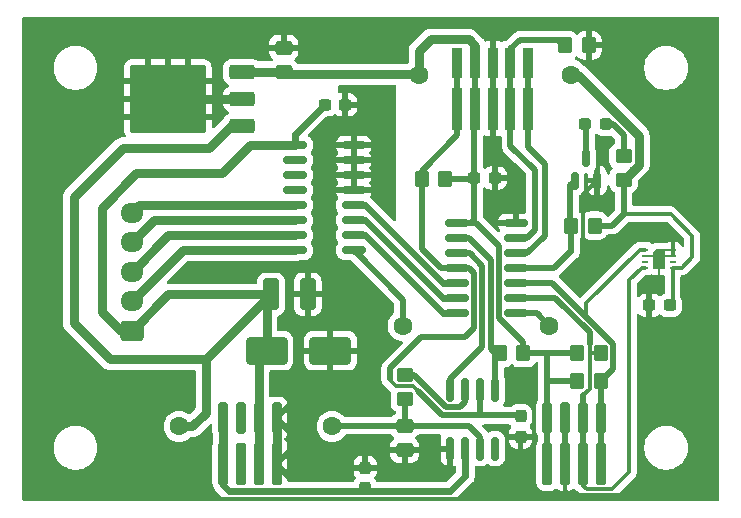
<source format=gbr>
%TF.GenerationSoftware,KiCad,Pcbnew,8.0.6*%
%TF.CreationDate,2025-03-31T10:23:45+02:00*%
%TF.ProjectId,ventil,76656e74-696c-42e6-9b69-6361645f7063,rev?*%
%TF.SameCoordinates,Original*%
%TF.FileFunction,Copper,L1,Top*%
%TF.FilePolarity,Positive*%
%FSLAX46Y46*%
G04 Gerber Fmt 4.6, Leading zero omitted, Abs format (unit mm)*
G04 Created by KiCad (PCBNEW 8.0.6) date 2025-03-31 10:23:45*
%MOMM*%
%LPD*%
G01*
G04 APERTURE LIST*
G04 Aperture macros list*
%AMRoundRect*
0 Rectangle with rounded corners*
0 $1 Rounding radius*
0 $2 $3 $4 $5 $6 $7 $8 $9 X,Y pos of 4 corners*
0 Add a 4 corners polygon primitive as box body*
4,1,4,$2,$3,$4,$5,$6,$7,$8,$9,$2,$3,0*
0 Add four circle primitives for the rounded corners*
1,1,$1+$1,$2,$3*
1,1,$1+$1,$4,$5*
1,1,$1+$1,$6,$7*
1,1,$1+$1,$8,$9*
0 Add four rect primitives between the rounded corners*
20,1,$1+$1,$2,$3,$4,$5,0*
20,1,$1+$1,$4,$5,$6,$7,0*
20,1,$1+$1,$6,$7,$8,$9,0*
20,1,$1+$1,$8,$9,$2,$3,0*%
%AMFreePoly0*
4,1,6,0.500000,-0.850000,-0.500000,-0.850000,-0.500000,0.550000,-0.200000,0.850000,0.500000,0.850000,0.500000,-0.850000,0.500000,-0.850000,$1*%
G04 Aperture macros list end*
%TA.AperFunction,SMDPad,CuDef*%
%ADD10RoundRect,0.237500X0.237500X-0.300000X0.237500X0.300000X-0.237500X0.300000X-0.237500X-0.300000X0*%
%TD*%
%TA.AperFunction,SMDPad,CuDef*%
%ADD11RoundRect,0.250000X-0.350000X-0.450000X0.350000X-0.450000X0.350000X0.450000X-0.350000X0.450000X0*%
%TD*%
%TA.AperFunction,SMDPad,CuDef*%
%ADD12RoundRect,0.237500X-0.300000X-0.237500X0.300000X-0.237500X0.300000X0.237500X-0.300000X0.237500X0*%
%TD*%
%TA.AperFunction,SMDPad,CuDef*%
%ADD13RoundRect,0.150000X0.825000X0.150000X-0.825000X0.150000X-0.825000X-0.150000X0.825000X-0.150000X0*%
%TD*%
%TA.AperFunction,SMDPad,CuDef*%
%ADD14RoundRect,0.212500X0.212500X1.562500X-0.212500X1.562500X-0.212500X-1.562500X0.212500X-1.562500X0*%
%TD*%
%TA.AperFunction,SMDPad,CuDef*%
%ADD15RoundRect,0.212500X0.212500X1.112500X-0.212500X1.112500X-0.212500X-1.112500X0.212500X-1.112500X0*%
%TD*%
%TA.AperFunction,SMDPad,CuDef*%
%ADD16RoundRect,0.250000X0.350000X0.450000X-0.350000X0.450000X-0.350000X-0.450000X0.350000X-0.450000X0*%
%TD*%
%TA.AperFunction,SMDPad,CuDef*%
%ADD17RoundRect,0.250000X-0.475000X0.337500X-0.475000X-0.337500X0.475000X-0.337500X0.475000X0.337500X0*%
%TD*%
%TA.AperFunction,SMDPad,CuDef*%
%ADD18RoundRect,0.237500X0.300000X0.237500X-0.300000X0.237500X-0.300000X-0.237500X0.300000X-0.237500X0*%
%TD*%
%TA.AperFunction,SMDPad,CuDef*%
%ADD19RoundRect,0.250000X-1.500000X-0.900000X1.500000X-0.900000X1.500000X0.900000X-1.500000X0.900000X0*%
%TD*%
%TA.AperFunction,SMDPad,CuDef*%
%ADD20RoundRect,0.150000X-0.825000X-0.150000X0.825000X-0.150000X0.825000X0.150000X-0.825000X0.150000X0*%
%TD*%
%TA.AperFunction,SMDPad,CuDef*%
%ADD21RoundRect,0.237500X-0.287500X-0.237500X0.287500X-0.237500X0.287500X0.237500X-0.287500X0.237500X0*%
%TD*%
%TA.AperFunction,SMDPad,CuDef*%
%ADD22R,0.850000X2.650000*%
%TD*%
%TA.AperFunction,SMDPad,CuDef*%
%ADD23R,0.850000X3.550000*%
%TD*%
%TA.AperFunction,SMDPad,CuDef*%
%ADD24RoundRect,0.150000X0.150000X-0.587500X0.150000X0.587500X-0.150000X0.587500X-0.150000X-0.587500X0*%
%TD*%
%TA.AperFunction,SMDPad,CuDef*%
%ADD25RoundRect,0.250000X0.450000X-0.350000X0.450000X0.350000X-0.450000X0.350000X-0.450000X-0.350000X0*%
%TD*%
%TA.AperFunction,SMDPad,CuDef*%
%ADD26RoundRect,0.250000X-0.412500X-1.100000X0.412500X-1.100000X0.412500X1.100000X-0.412500X1.100000X0*%
%TD*%
%TA.AperFunction,SMDPad,CuDef*%
%ADD27RoundRect,0.250000X-0.450000X0.350000X-0.450000X-0.350000X0.450000X-0.350000X0.450000X0.350000X0*%
%TD*%
%TA.AperFunction,SMDPad,CuDef*%
%ADD28RoundRect,0.150000X-0.150000X0.825000X-0.150000X-0.825000X0.150000X-0.825000X0.150000X0.825000X0*%
%TD*%
%TA.AperFunction,SMDPad,CuDef*%
%ADD29RoundRect,0.250000X0.850000X0.350000X-0.850000X0.350000X-0.850000X-0.350000X0.850000X-0.350000X0*%
%TD*%
%TA.AperFunction,SMDPad,CuDef*%
%ADD30RoundRect,0.250000X1.275000X1.125000X-1.275000X1.125000X-1.275000X-1.125000X1.275000X-1.125000X0*%
%TD*%
%TA.AperFunction,SMDPad,CuDef*%
%ADD31RoundRect,0.249997X2.950003X2.650003X-2.950003X2.650003X-2.950003X-2.650003X2.950003X-2.650003X0*%
%TD*%
%TA.AperFunction,SMDPad,CuDef*%
%ADD32R,0.550000X0.250000*%
%TD*%
%TA.AperFunction,SMDPad,CuDef*%
%ADD33FreePoly0,0.000000*%
%TD*%
%TA.AperFunction,SMDPad,CuDef*%
%ADD34RoundRect,0.250000X0.475000X-0.337500X0.475000X0.337500X-0.475000X0.337500X-0.475000X-0.337500X0*%
%TD*%
%TA.AperFunction,ComponentPad*%
%ADD35RoundRect,0.250000X0.725000X-0.600000X0.725000X0.600000X-0.725000X0.600000X-0.725000X-0.600000X0*%
%TD*%
%TA.AperFunction,ComponentPad*%
%ADD36O,1.950000X1.700000*%
%TD*%
%TA.AperFunction,ViaPad*%
%ADD37C,1.600000*%
%TD*%
%TA.AperFunction,Conductor*%
%ADD38C,0.800000*%
%TD*%
%TA.AperFunction,Conductor*%
%ADD39C,0.500000*%
%TD*%
%TA.AperFunction,Conductor*%
%ADD40C,0.300000*%
%TD*%
%TA.AperFunction,Conductor*%
%ADD41C,0.200000*%
%TD*%
%TA.AperFunction,Conductor*%
%ADD42C,0.600000*%
%TD*%
G04 APERTURE END LIST*
D10*
%TO.P,C7,1*%
%TO.N,/Lbus*%
X145694400Y-154634100D03*
%TO.P,C7,2*%
%TO.N,GND*%
X145694400Y-152909100D03*
%TD*%
D11*
%TO.P,R14,1*%
%TO.N,Lrx*%
X157089600Y-143205200D03*
%TO.P,R14,2*%
%TO.N,+5V*%
X159089600Y-143205200D03*
%TD*%
D12*
%TO.P,C3,1*%
%TO.N,+5V*%
X154942200Y-128371600D03*
%TO.P,C3,2*%
%TO.N,GND*%
X156667200Y-128371600D03*
%TD*%
D13*
%TO.P,U6,1,I1*%
%TO.N,Net-(U2-RC2{slash}CxIN2-)*%
X144729200Y-134493000D03*
%TO.P,U6,2,I2*%
%TO.N,Net-(U2-RC3{slash}CxIN3-)*%
X144729200Y-133223000D03*
%TO.P,U6,3,I3*%
%TO.N,Net-(U2-RC4)*%
X144729200Y-131953000D03*
%TO.P,U6,4,I4*%
%TO.N,Net-(U2-RC5)*%
X144729200Y-130683000D03*
%TO.P,U6,5,I5*%
%TO.N,GND*%
X144729200Y-129413000D03*
%TO.P,U6,6,I6*%
X144729200Y-128143000D03*
%TO.P,U6,7,I7*%
X144729200Y-126873000D03*
%TO.P,U6,8,GND*%
X144729200Y-125603000D03*
%TO.P,U6,9,COM*%
%TO.N,+12V*%
X139779200Y-125603000D03*
%TO.P,U6,10,O7*%
%TO.N,unconnected-(U6-O7-Pad10)*%
X139779200Y-126873000D03*
%TO.P,U6,11,O6*%
%TO.N,unconnected-(U6-O6-Pad11)*%
X139779200Y-128143000D03*
%TO.P,U6,12,O5*%
%TO.N,unconnected-(U6-O5-Pad12)*%
X139779200Y-129413000D03*
%TO.P,U6,13,O4*%
%TO.N,Net-(J2-Pin_5)*%
X139779200Y-130683000D03*
%TO.P,U6,14,O3*%
%TO.N,Net-(J2-Pin_4)*%
X139779200Y-131953000D03*
%TO.P,U6,15,O2*%
%TO.N,Net-(J2-Pin_3)*%
X139779200Y-133223000D03*
%TO.P,U6,16,O1*%
%TO.N,Net-(J2-Pin_2)*%
X139779200Y-134493000D03*
%TD*%
D14*
%TO.P,J3,1,Pin_1*%
%TO.N,/Lbus*%
X133690800Y-152606200D03*
D15*
X133690800Y-148706200D03*
D14*
%TO.P,J3,2,Pin_2*%
%TO.N,unconnected-(J3-Pin_2-Pad2)*%
X135190800Y-152606200D03*
D15*
%TO.N,unconnected-(J3-Pin_2-Pad2)_1*%
X135190800Y-148706200D03*
D14*
%TO.P,J3,3,Pin_3*%
%TO.N,+12V*%
X136690800Y-152606200D03*
D15*
X136690800Y-148706200D03*
D14*
%TO.P,J3,4,Pin_4*%
%TO.N,GND*%
X138190800Y-152606200D03*
D15*
X138190800Y-148706200D03*
%TD*%
D16*
%TO.P,R3,1*%
%TO.N,Net-(J4-Pin_3)*%
X165658800Y-143205200D03*
%TO.P,R3,2*%
%TO.N,+5V*%
X163658800Y-143205200D03*
%TD*%
D10*
%TO.P,C2,1*%
%TO.N,GND*%
X158851600Y-150265300D03*
%TO.P,C2,2*%
%TO.N,~{MCLR}*%
X158851600Y-148540300D03*
%TD*%
D17*
%TO.P,C6,1*%
%TO.N,+12V*%
X149047200Y-149330500D03*
%TO.P,C6,2*%
%TO.N,GND*%
X149047200Y-151405500D03*
%TD*%
D18*
%TO.P,C1,1*%
%TO.N,+5V*%
X171487544Y-139141200D03*
%TO.P,C1,2*%
%TO.N,GND*%
X169762544Y-139141200D03*
%TD*%
D19*
%TO.P,D2,1,A1*%
%TO.N,+12V*%
X137355600Y-143002000D03*
%TO.P,D2,2,A2*%
%TO.N,GND*%
X142755600Y-143002000D03*
%TD*%
D11*
%TO.P,R6,1*%
%TO.N,/PGD*%
X162610800Y-117144800D03*
%TO.P,R6,2*%
%TO.N,GND*%
X164610800Y-117144800D03*
%TD*%
D20*
%TO.P,U2,1,Vdd*%
%TO.N,+5V*%
X153495200Y-132181600D03*
%TO.P,U2,2,RA5/OSC1*%
%TO.N,Lrx*%
X153495200Y-133451600D03*
%TO.P,U2,3,RA4/OSC2*%
%TO.N,Ltx*%
X153495200Y-134721600D03*
%TO.P,U2,4,RA3/~{MCLR}*%
%TO.N,~{MCLR}*%
X153495200Y-135991600D03*
%TO.P,U2,5,RC5*%
%TO.N,Net-(U2-RC5)*%
X153495200Y-137261600D03*
%TO.P,U2,6,RC4*%
%TO.N,Net-(U2-RC4)*%
X153495200Y-138531600D03*
%TO.P,U2,7,RC3/CxIN3-*%
%TO.N,Net-(U2-RC3{slash}CxIN3-)*%
X153495200Y-139801600D03*
%TO.P,U2,8,RC2/CxIN2-*%
%TO.N,Net-(U2-RC2{slash}CxIN2-)*%
X158445200Y-139801600D03*
%TO.P,U2,9,RC1/CxIN1-/SDA*%
%TO.N,Net-(J4-Pin_3)*%
X158445200Y-138531600D03*
%TO.P,U2,10,RC0/C2IN0+/SCL*%
%TO.N,Net-(J4-Pin_4)*%
X158445200Y-137261600D03*
%TO.P,U2,11,RA2/VREF-*%
%TO.N,/LED*%
X158445200Y-135991600D03*
%TO.P,U2,12,RA1/VREF+/CxIN0-/ICSPCLK*%
%TO.N,/PGC*%
X158445200Y-134721600D03*
%TO.P,U2,13,RA0/C1IN0+/ICSPDAT*%
%TO.N,/PGD*%
X158445200Y-133451600D03*
%TO.P,U2,14,Vss*%
%TO.N,GND*%
X158445200Y-132181600D03*
%TD*%
D21*
%TO.P,D1,1,K*%
%TO.N,Net-(D1-K)*%
X164350000Y-123815600D03*
%TO.P,D1,2,A*%
%TO.N,Net-(D1-A)*%
X166100000Y-123815600D03*
%TD*%
D12*
%TO.P,C5,1*%
%TO.N,+12V*%
X142266500Y-122174000D03*
%TO.P,C5,2*%
%TO.N,GND*%
X143991500Y-122174000D03*
%TD*%
D16*
%TO.P,R7,1*%
%TO.N,+5V*%
X165118800Y-132400800D03*
%TO.P,R7,2*%
%TO.N,/LED*%
X163118800Y-132400800D03*
%TD*%
D22*
%TO.P,J1,1,Pin_1*%
%TO.N,~{MCLR}*%
X153490800Y-118629600D03*
D23*
X153490800Y-122529600D03*
D22*
%TO.P,J1,2,Pin_2*%
%TO.N,+5V*%
X154990800Y-118629600D03*
D23*
X154990800Y-122529600D03*
D22*
%TO.P,J1,3,Pin_3*%
%TO.N,GND*%
X156490800Y-118629600D03*
D23*
X156490800Y-122529600D03*
D22*
%TO.P,J1,4,Pin_4*%
%TO.N,/PGD*%
X157990800Y-118629600D03*
D23*
X157990800Y-122529600D03*
D22*
%TO.P,J1,5,Pin_5*%
%TO.N,/PGC*%
X159490800Y-118629600D03*
D23*
X159490800Y-122529600D03*
%TD*%
D24*
%TO.P,Q1,1,G*%
%TO.N,/LED*%
X163450800Y-128586200D03*
%TO.P,Q1,2,S*%
%TO.N,GND*%
X165350800Y-128586200D03*
%TO.P,Q1,3,D*%
%TO.N,Net-(D1-K)*%
X164400800Y-126711200D03*
%TD*%
D25*
%TO.P,R5,1*%
%TO.N,+5V*%
X167573200Y-128524000D03*
%TO.P,R5,2*%
%TO.N,Net-(D1-A)*%
X167573200Y-126524000D03*
%TD*%
D26*
%TO.P,C8,1*%
%TO.N,+12V*%
X137718800Y-138226800D03*
%TO.P,C8,2*%
%TO.N,GND*%
X140843800Y-138226800D03*
%TD*%
D27*
%TO.P,R13,1*%
%TO.N,Net-(U4-~{WAKE})*%
X149047200Y-145050000D03*
%TO.P,R13,2*%
%TO.N,+12V*%
X149047200Y-147050000D03*
%TD*%
D28*
%TO.P,U4,1,RXD*%
%TO.N,Lrx*%
X156718000Y-146332400D03*
%TO.P,U4,2,CS*%
%TO.N,~{MCLR}*%
X155448000Y-146332400D03*
%TO.P,U4,3,~{WAKE}*%
%TO.N,Net-(U4-~{WAKE})*%
X154178000Y-146332400D03*
%TO.P,U4,4,TXD*%
%TO.N,Ltx*%
X152908000Y-146332400D03*
%TO.P,U4,5,VSS*%
%TO.N,GND*%
X152908000Y-151282400D03*
%TO.P,U4,6,LBUS*%
%TO.N,/Lbus*%
X154178000Y-151282400D03*
%TO.P,U4,7,VBB*%
%TO.N,+12V*%
X155448000Y-151282400D03*
%TO.P,U4,8,WREN*%
%TO.N,unconnected-(U4-WREN-Pad8)*%
X156718000Y-151282400D03*
%TD*%
D16*
%TO.P,R1,1*%
%TO.N,+5V*%
X152469600Y-128473200D03*
%TO.P,R1,2*%
%TO.N,~{MCLR}*%
X150469600Y-128473200D03*
%TD*%
D29*
%TO.P,U5,1,IN*%
%TO.N,+12V*%
X135290700Y-123960000D03*
%TO.P,U5,2,GND*%
%TO.N,GND*%
X135290700Y-121680000D03*
D30*
X130665700Y-123205000D03*
X130665700Y-120155000D03*
D31*
X128990700Y-121680000D03*
D30*
X127315700Y-123205000D03*
X127315700Y-120155000D03*
D29*
%TO.P,U5,3,OUT*%
%TO.N,+5V*%
X135290700Y-119400000D03*
%TD*%
D32*
%TO.P,U1,1,SDA*%
%TO.N,Net-(J4-Pin_4)*%
X169393744Y-134450000D03*
%TO.P,U1,2,ADDR*%
%TO.N,GND*%
X169393744Y-134950000D03*
%TO.P,U1,3,ALERT*%
%TO.N,unconnected-(U1-ALERT-Pad3)*%
X169393744Y-135450000D03*
%TO.P,U1,4,SCL*%
%TO.N,Net-(J4-Pin_3)*%
X169393744Y-135950000D03*
%TO.P,U1,5,VDD*%
%TO.N,+5V*%
X171743744Y-135950000D03*
%TO.P,U1,6,~{RESET}*%
%TO.N,unconnected-(U1-~{RESET}-Pad6)*%
X171743744Y-135450000D03*
%TO.P,U1,7,R*%
%TO.N,GND*%
X171743744Y-134950000D03*
%TO.P,U1,8,VSS*%
X171743744Y-134450000D03*
D33*
%TO.P,U1,9,VSS*%
X170568744Y-135200000D03*
%TD*%
D16*
%TO.P,R2,1*%
%TO.N,Net-(J4-Pin_4)*%
X165658800Y-145592800D03*
%TO.P,R2,2*%
%TO.N,+5V*%
X163658800Y-145592800D03*
%TD*%
D34*
%TO.P,C9,1*%
%TO.N,+5V*%
X138811000Y-119401500D03*
%TO.P,C9,2*%
%TO.N,GND*%
X138811000Y-117326500D03*
%TD*%
D14*
%TO.P,J4,1,Pin_1*%
%TO.N,+5V*%
X161122800Y-152606200D03*
D15*
X161122800Y-148706200D03*
D14*
%TO.P,J4,2,Pin_2*%
%TO.N,GND*%
X162622800Y-152606200D03*
D15*
X162622800Y-148706200D03*
D14*
%TO.P,J4,3,Pin_3*%
%TO.N,Net-(J4-Pin_3)*%
X164122800Y-152606200D03*
D15*
X164122800Y-148706200D03*
D14*
%TO.P,J4,4,Pin_4*%
%TO.N,Net-(J4-Pin_4)*%
X165622800Y-152606200D03*
D15*
X165622800Y-148706200D03*
%TD*%
D35*
%TO.P,J2,1,Pin_1*%
%TO.N,+12V*%
X125933200Y-141325600D03*
D36*
%TO.P,J2,2,Pin_2*%
%TO.N,Net-(J2-Pin_2)*%
X125933200Y-138825600D03*
%TO.P,J2,3,Pin_3*%
%TO.N,Net-(J2-Pin_3)*%
X125933200Y-136325600D03*
%TO.P,J2,4,Pin_4*%
%TO.N,Net-(J2-Pin_4)*%
X125933200Y-133825600D03*
%TO.P,J2,5,Pin_5*%
%TO.N,Net-(J2-Pin_5)*%
X125933200Y-131325600D03*
%TD*%
D37*
%TO.N,+5V*%
X150237100Y-119612500D03*
X163118800Y-119612500D03*
%TO.N,GND*%
X142900400Y-146507200D03*
X129946400Y-146558000D03*
%TO.N,+12V*%
X129946400Y-149402800D03*
X142900400Y-149402800D03*
%TO.N,Net-(U2-RC2{slash}CxIN2-)*%
X148894800Y-140868400D03*
X161290000Y-140868400D03*
%TD*%
D38*
%TO.N,+5V*%
X150230900Y-119606300D02*
X139015800Y-119606300D01*
D39*
X161122800Y-145440400D02*
X161122800Y-143372400D01*
X152469600Y-128473200D02*
X154840600Y-128473200D01*
D38*
X163692582Y-119612500D02*
X168873200Y-124793118D01*
D39*
X154942200Y-131925400D02*
X154686000Y-132181600D01*
D38*
X168873200Y-127233010D02*
X167582210Y-128524000D01*
X154448000Y-116636800D02*
X151231600Y-116636800D01*
D40*
X173380400Y-133248400D02*
X171551600Y-131419600D01*
D38*
X135292200Y-119401500D02*
X135290700Y-119400000D01*
D39*
X161122800Y-152606200D02*
X161122800Y-148706200D01*
D38*
X150237100Y-119612500D02*
X150266400Y-119583200D01*
D40*
X171743744Y-135950000D02*
X171743744Y-138885000D01*
D38*
X150237100Y-119612500D02*
X150230900Y-119606300D01*
D39*
X161290000Y-143205200D02*
X163658800Y-143205200D01*
D38*
X151231600Y-116636800D02*
X150266400Y-117602000D01*
D39*
X161275200Y-145592800D02*
X161122800Y-145440400D01*
D40*
X173380400Y-135091436D02*
X173380400Y-133248400D01*
D38*
X168873200Y-124793118D02*
X168873200Y-127233010D01*
X154990800Y-118629600D02*
X154990800Y-117179600D01*
D39*
X154942200Y-122578200D02*
X154990800Y-122529600D01*
X154990800Y-122529600D02*
X154990800Y-118629600D01*
X166592000Y-132400800D02*
X167573200Y-131419600D01*
X155092400Y-132181600D02*
X157020200Y-134109400D01*
X154942200Y-128371600D02*
X154942200Y-131925400D01*
D38*
X163118800Y-119612500D02*
X163692582Y-119612500D01*
X139015800Y-119606300D02*
X138811000Y-119401500D01*
D39*
X167573200Y-131419600D02*
X167573200Y-128524000D01*
X154840600Y-128473200D02*
X154942200Y-128371600D01*
D38*
X138811000Y-119401500D02*
X135292200Y-119401500D01*
D39*
X159089600Y-143205200D02*
X161290000Y-143205200D01*
D40*
X171743744Y-138885000D02*
X171487544Y-139141200D01*
D39*
X161122800Y-143372400D02*
X161290000Y-143205200D01*
X154942200Y-128371600D02*
X154942200Y-122578200D01*
D38*
X150266400Y-117602000D02*
X150266400Y-119583200D01*
D40*
X171743744Y-135953364D02*
X172518472Y-135953364D01*
D39*
X154686000Y-132181600D02*
X153495200Y-132181600D01*
X157020200Y-140204284D02*
X159089600Y-142273684D01*
D38*
X154990800Y-117179600D02*
X154448000Y-116636800D01*
D39*
X157020200Y-134109400D02*
X157020200Y-140204284D01*
X161122800Y-145440400D02*
X161122800Y-148706200D01*
D40*
X171551600Y-131419600D02*
X167573200Y-131419600D01*
X172518472Y-135953364D02*
X173380400Y-135091436D01*
D39*
X163658800Y-145592800D02*
X161275200Y-145592800D01*
X153495200Y-132181600D02*
X155092400Y-132181600D01*
X165118800Y-132400800D02*
X166592000Y-132400800D01*
X159089600Y-142273684D02*
X159089600Y-143205200D01*
D38*
X168376210Y-127695200D02*
X168367200Y-127695200D01*
D40*
%TO.N,GND*%
X164168800Y-133587200D02*
X164642800Y-134061200D01*
X171102400Y-155236800D02*
X174955200Y-151384000D01*
D41*
X169393744Y-134950000D02*
X170318744Y-134950000D01*
D40*
X133210925Y-155562925D02*
X154076400Y-155562925D01*
X171613456Y-133513456D02*
X171743744Y-133643744D01*
D39*
X156490800Y-118629600D02*
X156490800Y-122529600D01*
D40*
X165350800Y-128586200D02*
X164168800Y-129768200D01*
D41*
X171743744Y-134950000D02*
X170818744Y-134950000D01*
D40*
X166420800Y-133513456D02*
X171613456Y-133513456D01*
D41*
X170568744Y-137177656D02*
X169762544Y-137983856D01*
D40*
X174955200Y-147218400D02*
X169762544Y-142025744D01*
D39*
X162622800Y-152606200D02*
X162622800Y-148706200D01*
D40*
X163021200Y-155236800D02*
X171102400Y-155236800D01*
X170318744Y-134950000D02*
X170568744Y-135200000D01*
D38*
X131418300Y-121686200D02*
X131419600Y-121687500D01*
D41*
X170568744Y-135795000D02*
X170930944Y-135432800D01*
D40*
X174955200Y-151384000D02*
X174955200Y-147218400D01*
D38*
X135290700Y-121680000D02*
X127100700Y-121680000D01*
X138190800Y-148706200D02*
X138190800Y-152606200D01*
D41*
X169762544Y-137983856D02*
X169762544Y-139141200D01*
X170568744Y-135200000D02*
X170568744Y-137177656D01*
X170858000Y-134450000D02*
X171743744Y-134450000D01*
D40*
X170568744Y-135200000D02*
X170568744Y-134739256D01*
X162622800Y-154838400D02*
X163021200Y-155236800D01*
X170586400Y-135182344D02*
X170568744Y-135200000D01*
X170818744Y-134950000D02*
X170568744Y-135200000D01*
X164168800Y-129768200D02*
X164168800Y-133587200D01*
X133146800Y-155498800D02*
X133210925Y-155562925D01*
X171743744Y-133643744D02*
X171743744Y-134885056D01*
X164642800Y-134061200D02*
X166674800Y-134061200D01*
D41*
X170318744Y-134967600D02*
X170568744Y-135217600D01*
D40*
X162622800Y-152606200D02*
X162622800Y-154838400D01*
X169762544Y-142025744D02*
X169762544Y-139141200D01*
D41*
X170568744Y-134739256D02*
X170858000Y-134450000D01*
D39*
%TO.N,~{MCLR}*%
X147828000Y-145389600D02*
X147828000Y-144472322D01*
X154920200Y-141091400D02*
X154920200Y-136441601D01*
X155498800Y-148477200D02*
X158788500Y-148477200D01*
X150469600Y-128473200D02*
X150469600Y-134366000D01*
X153490800Y-122529600D02*
X153490800Y-124740800D01*
X153490800Y-124740800D02*
X150469600Y-127762000D01*
X152095200Y-135991600D02*
X153495200Y-135991600D01*
X155448000Y-148426400D02*
X155498800Y-148477200D01*
X153998148Y-148477200D02*
X152235166Y-148477200D01*
X154920200Y-136441601D02*
X154470199Y-135991600D01*
X155448000Y-146332400D02*
X155448000Y-148426400D01*
X154470199Y-135991600D02*
X153495200Y-135991600D01*
X154158200Y-141853400D02*
X154920200Y-141091400D01*
D40*
X147828000Y-145389600D02*
X147828000Y-145486256D01*
D39*
X150446922Y-141853400D02*
X154158200Y-141853400D01*
D40*
X149757966Y-146000000D02*
X150138783Y-146380817D01*
X148341744Y-146000000D02*
X149757966Y-146000000D01*
D39*
X150469600Y-134366000D02*
X152095200Y-135991600D01*
D40*
X147828000Y-145486256D02*
X148341744Y-146000000D01*
D39*
X152235166Y-148477200D02*
X150138783Y-146380817D01*
X150469600Y-127762000D02*
X150469600Y-128473200D01*
X158788500Y-148477200D02*
X158851600Y-148540300D01*
X153998148Y-148477200D02*
X155498800Y-148477200D01*
X147828000Y-144472322D02*
X150446922Y-141853400D01*
X153490800Y-122529600D02*
X153490800Y-118629600D01*
D38*
%TO.N,+12V*%
X136690800Y-148706200D02*
X136690800Y-152606200D01*
X125171200Y-125831600D02*
X132486400Y-125831600D01*
D39*
X155448000Y-151282400D02*
X155448000Y-150307401D01*
D42*
X139779200Y-124661300D02*
X139779200Y-125603000D01*
D38*
X136690800Y-148706200D02*
X136690800Y-143666800D01*
X137718800Y-138226800D02*
X132232400Y-143713200D01*
X123393200Y-139700000D02*
X123393200Y-130886200D01*
X136690800Y-143666800D02*
X137355600Y-143002000D01*
D39*
X149047200Y-147050000D02*
X149047200Y-149330500D01*
D38*
X135966200Y-125603000D02*
X139779200Y-125603000D01*
X137355600Y-143002000D02*
X137355600Y-138590000D01*
D39*
X154471099Y-149330500D02*
X149047200Y-149330500D01*
D38*
X126314200Y-127965200D02*
X133604000Y-127965200D01*
X132232400Y-148234400D02*
X131064000Y-149402800D01*
X125018800Y-141325600D02*
X123393200Y-139700000D01*
X134358000Y-123960000D02*
X135290700Y-123960000D01*
X129032000Y-138226800D02*
X137718800Y-138226800D01*
X125933200Y-141325600D02*
X125018800Y-141325600D01*
X133604000Y-127965200D02*
X135966200Y-125603000D01*
X125933200Y-141325600D02*
X129032000Y-138226800D01*
X132232400Y-143713200D02*
X124053600Y-143713200D01*
X123393200Y-130886200D02*
X126314200Y-127965200D01*
X137355600Y-138590000D02*
X137718800Y-138226800D01*
D39*
X149047200Y-149330500D02*
X142972700Y-149330500D01*
D38*
X131064000Y-149402800D02*
X129946400Y-149402800D01*
X132232400Y-143713200D02*
X132232400Y-148234400D01*
X121005600Y-129997200D02*
X125171200Y-125831600D01*
D42*
X142266500Y-122174000D02*
X139779200Y-124661300D01*
D38*
X124053600Y-143713200D02*
X121005600Y-140665200D01*
D39*
X142972700Y-149330500D02*
X142900400Y-149402800D01*
D38*
X132486400Y-125831600D02*
X134358000Y-123960000D01*
X121005600Y-140665200D02*
X121005600Y-129997200D01*
D39*
X155448000Y-150307401D02*
X154471099Y-149330500D01*
D42*
%TO.N,/Lbus*%
X133690800Y-154381199D02*
X134190801Y-154881200D01*
X152916000Y-154881200D02*
X154178000Y-153619200D01*
X154178000Y-153619200D02*
X154178000Y-151282400D01*
X134190801Y-154881200D02*
X152916000Y-154881200D01*
D38*
X133690800Y-148706200D02*
X133690800Y-152606200D01*
D39*
%TO.N,Net-(D1-A)*%
X167573200Y-126524000D02*
X167573200Y-124695200D01*
X167573200Y-124695200D02*
X166693600Y-123815600D01*
%TO.N,Net-(D1-K)*%
X164400800Y-126711200D02*
X164400800Y-123866400D01*
%TO.N,/PGC*%
X159490800Y-118629600D02*
X159490800Y-122529600D01*
X159420199Y-134721600D02*
X160883600Y-133258199D01*
X160883600Y-133258199D02*
X160883600Y-127152400D01*
X159490800Y-125759600D02*
X159490800Y-122529600D01*
X160883600Y-127152400D02*
X159490800Y-125759600D01*
X158445200Y-134721600D02*
X159420199Y-134721600D01*
%TO.N,/PGD*%
X157990800Y-118629600D02*
X157990800Y-117479600D01*
X162052000Y-116687600D02*
X162610800Y-117246400D01*
X160070800Y-132800999D02*
X160070800Y-127711200D01*
X160070800Y-127711200D02*
X157990800Y-125631200D01*
X158782800Y-116687600D02*
X162052000Y-116687600D01*
X157990800Y-117479600D02*
X158782800Y-116687600D01*
X157990800Y-125631200D02*
X157990800Y-122529600D01*
X158445200Y-133451600D02*
X159420199Y-133451600D01*
X157990800Y-118629600D02*
X157990800Y-122529600D01*
X159420199Y-133451600D02*
X160070800Y-132800999D01*
D38*
%TO.N,Net-(J2-Pin_3)*%
X125933200Y-136325600D02*
X129035800Y-133223000D01*
X129035800Y-133223000D02*
X139779200Y-133223000D01*
%TO.N,Net-(J2-Pin_2)*%
X130265800Y-134493000D02*
X139779200Y-134493000D01*
X125933200Y-138825600D02*
X130265800Y-134493000D01*
%TO.N,Net-(J2-Pin_4)*%
X127805800Y-131953000D02*
X139779200Y-131953000D01*
X125933200Y-133825600D02*
X127805800Y-131953000D01*
D39*
%TO.N,Net-(J4-Pin_4)*%
X165622800Y-152606200D02*
X165622800Y-148706200D01*
X164401175Y-140144825D02*
X166708800Y-142452450D01*
X161517950Y-137261600D02*
X164401175Y-140144825D01*
X166708800Y-142452450D02*
X166708800Y-144542800D01*
D40*
X169393744Y-134450000D02*
X168927600Y-134450000D01*
D39*
X165658800Y-145592800D02*
X165658800Y-148670200D01*
X165658800Y-148670200D02*
X165622800Y-148706200D01*
X166708800Y-144542800D02*
X165658800Y-145592800D01*
D40*
X164401175Y-138976425D02*
X164401175Y-140144825D01*
D39*
X158445200Y-137261600D02*
X161517950Y-137261600D01*
D40*
X168927600Y-134450000D02*
X164401175Y-138976425D01*
D39*
%TO.N,Net-(J4-Pin_3)*%
X161798000Y-138531600D02*
X164702239Y-141435839D01*
X164122800Y-152606200D02*
X164122800Y-148706200D01*
X164702239Y-141435839D02*
X164702239Y-142451761D01*
D40*
X164693600Y-146213456D02*
X164693600Y-145592800D01*
X166562144Y-154736800D02*
X168035344Y-153263600D01*
X164122800Y-154420000D02*
X164439600Y-154736800D01*
X164693600Y-143052800D02*
X164693600Y-142460400D01*
X168035344Y-137014563D02*
X169099907Y-135950000D01*
D39*
X164134800Y-148694200D02*
X164134800Y-146772256D01*
D40*
X169393744Y-135950000D02*
X169099907Y-135950000D01*
X164693600Y-145592800D02*
X164693600Y-143052800D01*
D39*
X158445200Y-138531600D02*
X161798000Y-138531600D01*
D40*
X164846000Y-143205200D02*
X165658800Y-143205200D01*
X164439600Y-154736800D02*
X166562144Y-154736800D01*
X164122800Y-152606200D02*
X164122800Y-154420000D01*
X164693600Y-143052800D02*
X164846000Y-143205200D01*
X164134800Y-146772256D02*
X164693600Y-146213456D01*
X168035344Y-153263600D02*
X168035344Y-137014563D01*
X164122800Y-148706200D02*
X164134800Y-148694200D01*
D39*
%TO.N,/LED*%
X163052000Y-128985000D02*
X163450800Y-128586200D01*
X161696400Y-135991600D02*
X163118800Y-134569200D01*
X163118800Y-134604000D02*
X163118800Y-132400800D01*
X158445200Y-135991600D02*
X161696400Y-135991600D01*
X163052000Y-132146800D02*
X163052000Y-128985000D01*
%TO.N,Net-(U4-~{WAKE})*%
X154178000Y-147307399D02*
X153708199Y-147777200D01*
X154178000Y-146332400D02*
X154178000Y-147307399D01*
X149797916Y-145050000D02*
X149047200Y-145050000D01*
X153708199Y-147777200D02*
X152525116Y-147777200D01*
X152525116Y-147777200D02*
X149797916Y-145050000D01*
%TO.N,Lrx*%
X154470199Y-133451600D02*
X156320200Y-135301601D01*
X156718000Y-143205200D02*
X157089600Y-143205200D01*
X156718000Y-143205200D02*
X156718000Y-146332400D01*
X156320200Y-135301601D02*
X156320200Y-142807400D01*
X153495200Y-133451600D02*
X154470199Y-133451600D01*
X156320200Y-142807400D02*
X156718000Y-143205200D01*
D42*
%TO.N,Net-(U2-RC5)*%
X153495200Y-137261600D02*
X152282799Y-137261600D01*
X152282799Y-137261600D02*
X145704199Y-130683000D01*
X145704199Y-130683000D02*
X144729200Y-130683000D01*
D39*
%TO.N,Net-(U2-RC2{slash}CxIN2-)*%
X160223200Y-139801600D02*
X161290000Y-140868400D01*
X148894800Y-138658600D02*
X144729200Y-134493000D01*
X148894800Y-140868400D02*
X148894800Y-138658600D01*
X144754600Y-134594600D02*
X144729200Y-134569200D01*
X158445200Y-139801600D02*
X160223200Y-139801600D01*
D42*
%TO.N,Net-(U2-RC4)*%
X153495200Y-138531600D02*
X152282799Y-138531600D01*
X152282799Y-138531600D02*
X145704199Y-131953000D01*
X145704199Y-131953000D02*
X144729200Y-131953000D01*
D39*
%TO.N,Ltx*%
X154533600Y-134721600D02*
X155620200Y-135808200D01*
X155620200Y-142677400D02*
X152908000Y-145389600D01*
X155620200Y-135808200D02*
X155620200Y-142677400D01*
X152908000Y-145389600D02*
X152908000Y-146332400D01*
X153495200Y-134721600D02*
X154533600Y-134721600D01*
D42*
%TO.N,Net-(U2-RC3{slash}CxIN3-)*%
X145704199Y-133223000D02*
X144729200Y-133223000D01*
X152282799Y-139801600D02*
X145704199Y-133223000D01*
X153495200Y-139801600D02*
X152282799Y-139801600D01*
D38*
%TO.N,Net-(J2-Pin_5)*%
X125933200Y-131325600D02*
X126575800Y-130683000D01*
X126575800Y-130683000D02*
X139779200Y-130683000D01*
%TD*%
%TA.AperFunction,Conductor*%
%TO.N,GND*%
G36*
X175617023Y-114733110D02*
G01*
X175662778Y-114785914D01*
X175673984Y-114837425D01*
X175673984Y-155588425D01*
X175654299Y-155655464D01*
X175601495Y-155701219D01*
X175549984Y-155712425D01*
X153516216Y-155712425D01*
X153449177Y-155692740D01*
X153403422Y-155639936D01*
X153393478Y-155570778D01*
X153422503Y-155507222D01*
X153428535Y-155500744D01*
X154799786Y-154129492D01*
X154799789Y-154129489D01*
X154887394Y-153998379D01*
X154947738Y-153852697D01*
X154978500Y-153698042D01*
X154978500Y-153540357D01*
X154978500Y-152857126D01*
X154998185Y-152790087D01*
X155050989Y-152744332D01*
X155120147Y-152734388D01*
X155137095Y-152738050D01*
X155195426Y-152754997D01*
X155195429Y-152754997D01*
X155195431Y-152754998D01*
X155232306Y-152757900D01*
X155232314Y-152757900D01*
X155663686Y-152757900D01*
X155663694Y-152757900D01*
X155700569Y-152754998D01*
X155700571Y-152754997D01*
X155700573Y-152754997D01*
X155771508Y-152734388D01*
X155858398Y-152709144D01*
X155999865Y-152625481D01*
X155999870Y-152625475D01*
X156006031Y-152620698D01*
X156007933Y-152623150D01*
X156056579Y-152596555D01*
X156126274Y-152601504D01*
X156158695Y-152622340D01*
X156159969Y-152620698D01*
X156166132Y-152625478D01*
X156166135Y-152625481D01*
X156307602Y-152709144D01*
X156349224Y-152721236D01*
X156465426Y-152754997D01*
X156465429Y-152754997D01*
X156465431Y-152754998D01*
X156502306Y-152757900D01*
X156502314Y-152757900D01*
X156933686Y-152757900D01*
X156933694Y-152757900D01*
X156970569Y-152754998D01*
X156970571Y-152754997D01*
X156970573Y-152754997D01*
X157041508Y-152734388D01*
X157128398Y-152709144D01*
X157269865Y-152625481D01*
X157386081Y-152509265D01*
X157469744Y-152367798D01*
X157515598Y-152209969D01*
X157518500Y-152173094D01*
X157518500Y-150614454D01*
X157876601Y-150614454D01*
X157886919Y-150715452D01*
X157941146Y-150879100D01*
X157941151Y-150879111D01*
X158031652Y-151025834D01*
X158031655Y-151025838D01*
X158153561Y-151147744D01*
X158153565Y-151147747D01*
X158300288Y-151238248D01*
X158300299Y-151238253D01*
X158463947Y-151292480D01*
X158564952Y-151302799D01*
X158601600Y-151302799D01*
X159101600Y-151302799D01*
X159138240Y-151302799D01*
X159138254Y-151302798D01*
X159239252Y-151292480D01*
X159402900Y-151238253D01*
X159402911Y-151238248D01*
X159549634Y-151147747D01*
X159549638Y-151147744D01*
X159671544Y-151025838D01*
X159671547Y-151025834D01*
X159762048Y-150879111D01*
X159762053Y-150879100D01*
X159816280Y-150715452D01*
X159826599Y-150614454D01*
X159826600Y-150614441D01*
X159826600Y-150515300D01*
X159101600Y-150515300D01*
X159101600Y-151302799D01*
X158601600Y-151302799D01*
X158601600Y-150515300D01*
X157876601Y-150515300D01*
X157876601Y-150614454D01*
X157518500Y-150614454D01*
X157518500Y-150391706D01*
X157515598Y-150354831D01*
X157511178Y-150339619D01*
X157469745Y-150197006D01*
X157469744Y-150197003D01*
X157469744Y-150197002D01*
X157386081Y-150055535D01*
X157386078Y-150055532D01*
X157386076Y-150055529D01*
X157269870Y-149939323D01*
X157269862Y-149939317D01*
X157128396Y-149855655D01*
X157128393Y-149855654D01*
X156970573Y-149809802D01*
X156970567Y-149809801D01*
X156933701Y-149806900D01*
X156933694Y-149806900D01*
X156502306Y-149806900D01*
X156502298Y-149806900D01*
X156465432Y-149809801D01*
X156465426Y-149809802D01*
X156307606Y-149855654D01*
X156307605Y-149855654D01*
X156223100Y-149905630D01*
X156155376Y-149922812D01*
X156089114Y-149900652D01*
X156056879Y-149867789D01*
X156048772Y-149855656D01*
X156030952Y-149828986D01*
X155853454Y-149651488D01*
X155641348Y-149439381D01*
X155607863Y-149378058D01*
X155612847Y-149308366D01*
X155654719Y-149252433D01*
X155720183Y-149228016D01*
X155729029Y-149227700D01*
X157916749Y-149227700D01*
X157983788Y-149247385D01*
X158022288Y-149286604D01*
X158031259Y-149301149D01*
X158045582Y-149315472D01*
X158079067Y-149376795D01*
X158074083Y-149446487D01*
X158045585Y-149490832D01*
X158031652Y-149504765D01*
X157941151Y-149651488D01*
X157941146Y-149651499D01*
X157886919Y-149815147D01*
X157876600Y-149916145D01*
X157876600Y-150015300D01*
X159826599Y-150015300D01*
X159826599Y-149916160D01*
X159826598Y-149916145D01*
X159816280Y-149815147D01*
X159762053Y-149651499D01*
X159762048Y-149651488D01*
X159671547Y-149504765D01*
X159671544Y-149504761D01*
X159657617Y-149490834D01*
X159624132Y-149429511D01*
X159629116Y-149359819D01*
X159657617Y-149315472D01*
X159671940Y-149301150D01*
X159762508Y-149154316D01*
X159816774Y-148990553D01*
X159827100Y-148889477D01*
X159827099Y-148191124D01*
X159825560Y-148176061D01*
X159816774Y-148090047D01*
X159784520Y-147992712D01*
X159762508Y-147926284D01*
X159671940Y-147779450D01*
X159549950Y-147657460D01*
X159403116Y-147566892D01*
X159239353Y-147512626D01*
X159239351Y-147512625D01*
X159138278Y-147502300D01*
X158564930Y-147502300D01*
X158564912Y-147502301D01*
X158463847Y-147512625D01*
X158300084Y-147566892D01*
X158300081Y-147566893D01*
X158153248Y-147657461D01*
X158120329Y-147690381D01*
X158059006Y-147723866D01*
X158032648Y-147726700D01*
X157504455Y-147726700D01*
X157437416Y-147707015D01*
X157391661Y-147654211D01*
X157381717Y-147585053D01*
X157397723Y-147539579D01*
X157413663Y-147512626D01*
X157469744Y-147417798D01*
X157515598Y-147259969D01*
X157518500Y-147223094D01*
X157518500Y-145441706D01*
X157515598Y-145404831D01*
X157515597Y-145404826D01*
X157473424Y-145259665D01*
X157468500Y-145225070D01*
X157468500Y-144519833D01*
X157488185Y-144452794D01*
X157540989Y-144407039D01*
X157579901Y-144396475D01*
X157592397Y-144395199D01*
X157758934Y-144340014D01*
X157908256Y-144247912D01*
X158001919Y-144154249D01*
X158063242Y-144120764D01*
X158132934Y-144125748D01*
X158177281Y-144154249D01*
X158270944Y-144247912D01*
X158420266Y-144340014D01*
X158586803Y-144395199D01*
X158689591Y-144405700D01*
X159489608Y-144405699D01*
X159489616Y-144405698D01*
X159489619Y-144405698D01*
X159561051Y-144398401D01*
X159592397Y-144395199D01*
X159758934Y-144340014D01*
X159908256Y-144247912D01*
X160032312Y-144123856D01*
X160099699Y-144014602D01*
X160151647Y-143967879D01*
X160205238Y-143955700D01*
X160248300Y-143955700D01*
X160315339Y-143975385D01*
X160361094Y-144028189D01*
X160372300Y-144079700D01*
X160372300Y-147073621D01*
X160352615Y-147140660D01*
X160348216Y-147146820D01*
X160259704Y-147290319D01*
X160259702Y-147290324D01*
X160207276Y-147448535D01*
X160197300Y-147546179D01*
X160197300Y-149866205D01*
X160197301Y-149866223D01*
X160207275Y-149963862D01*
X160207276Y-149963865D01*
X160259702Y-150122075D01*
X160259704Y-150122080D01*
X160289539Y-150170450D01*
X160346472Y-150262753D01*
X160350996Y-150270086D01*
X160349302Y-150271130D01*
X160371706Y-150326655D01*
X160372300Y-150338778D01*
X160372300Y-150523621D01*
X160352615Y-150590660D01*
X160348216Y-150596820D01*
X160259704Y-150740319D01*
X160259702Y-150740324D01*
X160207276Y-150898535D01*
X160197300Y-150996179D01*
X160197300Y-154216205D01*
X160197301Y-154216223D01*
X160207275Y-154313862D01*
X160207276Y-154313865D01*
X160259702Y-154472075D01*
X160259703Y-154472078D01*
X160347204Y-154613939D01*
X160465061Y-154731796D01*
X160606922Y-154819297D01*
X160765137Y-154871724D01*
X160862787Y-154881700D01*
X161382812Y-154881699D01*
X161382820Y-154881698D01*
X161382823Y-154881698D01*
X161436289Y-154876236D01*
X161480463Y-154871724D01*
X161638678Y-154819297D01*
X161780539Y-154731796D01*
X161785473Y-154726862D01*
X161846796Y-154693377D01*
X161916488Y-154698361D01*
X161960835Y-154726862D01*
X161965372Y-154731399D01*
X162107132Y-154818838D01*
X162107137Y-154818840D01*
X162265238Y-154871229D01*
X162362825Y-154881199D01*
X162882765Y-154881199D01*
X162882781Y-154881198D01*
X162980362Y-154871229D01*
X163138462Y-154818840D01*
X163138467Y-154818838D01*
X163280227Y-154731399D01*
X163284765Y-154726862D01*
X163346088Y-154693377D01*
X163415780Y-154698361D01*
X163460127Y-154726862D01*
X163465061Y-154731796D01*
X163585223Y-154805913D01*
X163613210Y-154830367D01*
X163613216Y-154830362D01*
X163613297Y-154830443D01*
X163615975Y-154832783D01*
X163617522Y-154834668D01*
X164024925Y-155242072D01*
X164024926Y-155242073D01*
X164024929Y-155242075D01*
X164024931Y-155242077D01*
X164131473Y-155313265D01*
X164249856Y-155362301D01*
X164249860Y-155362301D01*
X164249861Y-155362302D01*
X164375528Y-155387300D01*
X164375531Y-155387300D01*
X166626215Y-155387300D01*
X166710759Y-155370482D01*
X166751888Y-155362301D01*
X166870271Y-155313265D01*
X166976813Y-155242077D01*
X168540620Y-153678270D01*
X168611809Y-153571727D01*
X168660845Y-153453344D01*
X168674300Y-153385702D01*
X168685844Y-153327669D01*
X168685844Y-151091636D01*
X169323984Y-151091636D01*
X169323984Y-151334213D01*
X169355645Y-151574710D01*
X169418431Y-151809029D01*
X169471085Y-151936146D01*
X169511260Y-152033137D01*
X169632548Y-152243214D01*
X169632550Y-152243217D01*
X169632551Y-152243218D01*
X169780217Y-152435661D01*
X169780223Y-152435668D01*
X169951740Y-152607185D01*
X169951747Y-152607191D01*
X170039064Y-152674191D01*
X170144195Y-152754861D01*
X170354272Y-152876149D01*
X170578384Y-152968979D01*
X170812695Y-153031763D01*
X170993070Y-153055509D01*
X171053195Y-153063425D01*
X171053196Y-153063425D01*
X171295773Y-153063425D01*
X171343872Y-153057092D01*
X171536273Y-153031763D01*
X171770584Y-152968979D01*
X171994696Y-152876149D01*
X172204773Y-152754861D01*
X172397222Y-152607190D01*
X172568749Y-152435663D01*
X172716420Y-152243214D01*
X172837708Y-152033137D01*
X172930538Y-151809025D01*
X172993322Y-151574714D01*
X173024984Y-151334213D01*
X173024984Y-151091637D01*
X172993322Y-150851136D01*
X172930538Y-150616825D01*
X172837708Y-150392713D01*
X172716420Y-150182636D01*
X172618892Y-150055535D01*
X172568750Y-149990188D01*
X172568744Y-149990181D01*
X172397227Y-149818664D01*
X172397220Y-149818658D01*
X172204777Y-149670992D01*
X172204776Y-149670991D01*
X172204773Y-149670989D01*
X171994696Y-149549701D01*
X171994689Y-149549698D01*
X171770588Y-149456872D01*
X171568790Y-149402800D01*
X171536273Y-149394087D01*
X171536272Y-149394086D01*
X171536269Y-149394086D01*
X171295773Y-149362425D01*
X171295772Y-149362425D01*
X171053196Y-149362425D01*
X171053195Y-149362425D01*
X170812698Y-149394086D01*
X170578379Y-149456872D01*
X170354278Y-149549698D01*
X170354269Y-149549702D01*
X170144190Y-149670992D01*
X169951747Y-149818658D01*
X169951740Y-149818664D01*
X169780223Y-149990181D01*
X169780217Y-149990188D01*
X169632551Y-150182631D01*
X169632548Y-150182635D01*
X169632548Y-150182636D01*
X169622056Y-150200809D01*
X169511261Y-150392710D01*
X169511257Y-150392719D01*
X169418431Y-150616820D01*
X169355645Y-150851139D01*
X169323984Y-151091636D01*
X168685844Y-151091636D01*
X168685844Y-139944345D01*
X168705529Y-139877306D01*
X168758333Y-139831551D01*
X168827491Y-139821607D01*
X168891047Y-139850632D01*
X168897525Y-139856664D01*
X169002005Y-139961144D01*
X169002009Y-139961147D01*
X169148732Y-140051648D01*
X169148743Y-140051653D01*
X169312391Y-140105880D01*
X169413395Y-140116199D01*
X169512544Y-140116198D01*
X169512544Y-138166199D01*
X169413404Y-138166200D01*
X169413388Y-138166201D01*
X169312391Y-138176519D01*
X169148743Y-138230746D01*
X169148732Y-138230751D01*
X169002009Y-138321252D01*
X169002005Y-138321255D01*
X168897525Y-138425736D01*
X168836202Y-138459221D01*
X168766510Y-138454237D01*
X168710577Y-138412365D01*
X168686160Y-138346901D01*
X168685844Y-138338055D01*
X168685844Y-137335371D01*
X168705529Y-137268332D01*
X168722163Y-137247690D01*
X169333034Y-136636819D01*
X169394357Y-136603334D01*
X169420715Y-136600500D01*
X169457815Y-136600500D01*
X169571519Y-136577882D01*
X169595711Y-136575499D01*
X169716615Y-136575499D01*
X169716616Y-136575499D01*
X169776227Y-136569091D01*
X169855562Y-136539500D01*
X169917433Y-136535075D01*
X169917691Y-136533282D01*
X170068745Y-136554999D01*
X170068747Y-136555000D01*
X170969244Y-136555000D01*
X171036283Y-136574685D01*
X171082038Y-136627489D01*
X171093244Y-136679000D01*
X171093244Y-138067944D01*
X171073559Y-138134983D01*
X171020755Y-138180738D01*
X171008248Y-138185650D01*
X170873530Y-138230291D01*
X170873525Y-138230293D01*
X170726692Y-138320861D01*
X170712369Y-138335184D01*
X170651045Y-138368668D01*
X170581353Y-138363682D01*
X170537009Y-138335182D01*
X170523082Y-138321255D01*
X170523078Y-138321252D01*
X170376355Y-138230751D01*
X170376344Y-138230746D01*
X170212696Y-138176519D01*
X170111698Y-138166200D01*
X170012544Y-138166200D01*
X170012544Y-140116199D01*
X170111684Y-140116199D01*
X170111698Y-140116198D01*
X170212696Y-140105880D01*
X170376344Y-140051653D01*
X170376355Y-140051648D01*
X170523079Y-139961147D01*
X170537004Y-139947221D01*
X170598326Y-139913733D01*
X170668017Y-139918714D01*
X170712371Y-139947217D01*
X170726694Y-139961540D01*
X170873528Y-140052108D01*
X171037291Y-140106374D01*
X171138367Y-140116700D01*
X171836720Y-140116699D01*
X171836728Y-140116698D01*
X171836731Y-140116698D01*
X171892074Y-140111044D01*
X171937797Y-140106374D01*
X172101560Y-140052108D01*
X172248394Y-139961540D01*
X172370384Y-139839550D01*
X172460952Y-139692716D01*
X172515218Y-139528953D01*
X172525544Y-139427877D01*
X172525543Y-138854524D01*
X172515218Y-138753447D01*
X172460952Y-138589684D01*
X172457867Y-138584682D01*
X172412705Y-138511462D01*
X172394244Y-138446366D01*
X172394244Y-136727864D01*
X172413929Y-136660825D01*
X172466733Y-136615070D01*
X172518244Y-136603864D01*
X172582543Y-136603864D01*
X172667087Y-136587046D01*
X172708216Y-136578865D01*
X172826599Y-136529829D01*
X172826604Y-136529825D01*
X172826607Y-136529824D01*
X172843109Y-136518798D01*
X172843111Y-136518797D01*
X172910480Y-136473782D01*
X172933141Y-136458641D01*
X173885676Y-135506106D01*
X173956865Y-135399563D01*
X174005901Y-135281180D01*
X174010177Y-135259684D01*
X174014437Y-135238266D01*
X174030900Y-135155507D01*
X174030900Y-133184328D01*
X174005902Y-133058661D01*
X174005901Y-133058660D01*
X174005901Y-133058656D01*
X173956865Y-132940273D01*
X173951405Y-132932102D01*
X173951405Y-132932100D01*
X173885678Y-132833732D01*
X173885672Y-132833725D01*
X171966273Y-130914326D01*
X171966269Y-130914323D01*
X171859727Y-130843135D01*
X171741344Y-130794099D01*
X171741338Y-130794097D01*
X171615671Y-130769100D01*
X171615669Y-130769100D01*
X168447700Y-130769100D01*
X168380661Y-130749415D01*
X168334906Y-130696611D01*
X168323700Y-130645100D01*
X168323700Y-129639638D01*
X168343385Y-129572599D01*
X168382601Y-129534100D01*
X168491856Y-129466712D01*
X168615912Y-129342656D01*
X168708014Y-129193334D01*
X168763199Y-129026797D01*
X168773700Y-128924009D01*
X168773699Y-128657369D01*
X168793383Y-128590331D01*
X168810013Y-128569694D01*
X169572664Y-127807045D01*
X169620568Y-127735352D01*
X169671213Y-127659557D01*
X169697068Y-127597138D01*
X169712942Y-127558815D01*
X169712942Y-127558814D01*
X169713864Y-127556587D01*
X169739095Y-127495676D01*
X169773700Y-127321701D01*
X169773700Y-127144318D01*
X169773700Y-124704427D01*
X169765290Y-124662146D01*
X169739095Y-124530452D01*
X169710373Y-124461113D01*
X169690064Y-124412082D01*
X169676770Y-124379988D01*
X169671213Y-124366571D01*
X169671212Y-124366569D01*
X169671211Y-124366567D01*
X169572665Y-124219084D01*
X169524199Y-124170618D01*
X169447235Y-124093654D01*
X168188659Y-122835078D01*
X164281219Y-118927636D01*
X169323984Y-118927636D01*
X169323984Y-119170213D01*
X169355645Y-119410710D01*
X169418431Y-119645029D01*
X169482623Y-119800001D01*
X169511260Y-119869137D01*
X169632548Y-120079214D01*
X169632550Y-120079217D01*
X169632551Y-120079218D01*
X169780217Y-120271661D01*
X169780223Y-120271668D01*
X169951740Y-120443185D01*
X169951747Y-120443191D01*
X170008452Y-120486702D01*
X170144195Y-120590861D01*
X170354272Y-120712149D01*
X170578384Y-120804979D01*
X170812695Y-120867763D01*
X170993070Y-120891509D01*
X171053195Y-120899425D01*
X171053196Y-120899425D01*
X171295773Y-120899425D01*
X171343872Y-120893092D01*
X171536273Y-120867763D01*
X171770584Y-120804979D01*
X171994696Y-120712149D01*
X172204773Y-120590861D01*
X172397222Y-120443190D01*
X172568749Y-120271663D01*
X172716420Y-120079214D01*
X172837708Y-119869137D01*
X172930538Y-119645025D01*
X172993322Y-119410714D01*
X173024984Y-119170213D01*
X173024984Y-118927637D01*
X173020977Y-118897204D01*
X173016503Y-118863214D01*
X172993322Y-118687136D01*
X172930538Y-118452825D01*
X172837708Y-118228713D01*
X172716420Y-118018636D01*
X172655069Y-117938681D01*
X172568750Y-117826188D01*
X172568744Y-117826181D01*
X172397227Y-117654664D01*
X172397220Y-117654658D01*
X172204777Y-117506992D01*
X172204776Y-117506991D01*
X172204773Y-117506989D01*
X171994696Y-117385701D01*
X171994689Y-117385698D01*
X171770588Y-117292872D01*
X171536269Y-117230086D01*
X171295773Y-117198425D01*
X171295772Y-117198425D01*
X171053196Y-117198425D01*
X171053195Y-117198425D01*
X170812698Y-117230086D01*
X170578379Y-117292872D01*
X170354278Y-117385698D01*
X170354269Y-117385702D01*
X170144190Y-117506992D01*
X169951747Y-117654658D01*
X169951740Y-117654664D01*
X169780223Y-117826181D01*
X169780217Y-117826188D01*
X169632551Y-118018631D01*
X169511261Y-118228710D01*
X169511257Y-118228719D01*
X169418431Y-118452820D01*
X169355645Y-118687139D01*
X169323984Y-118927636D01*
X164281219Y-118927636D01*
X164266623Y-118913040D01*
X164266619Y-118913037D01*
X164266618Y-118913036D01*
X164213135Y-118877300D01*
X164192054Y-118863214D01*
X164159371Y-118831235D01*
X164118846Y-118773359D01*
X163957941Y-118612454D01*
X163771534Y-118481932D01*
X163771532Y-118481931D01*
X163565297Y-118385761D01*
X163565288Y-118385758D01*
X163509264Y-118370747D01*
X163449603Y-118334382D01*
X163419074Y-118271535D01*
X163427369Y-118202160D01*
X163453673Y-118163294D01*
X163523474Y-118093493D01*
X163584795Y-118060010D01*
X163654487Y-118064994D01*
X163698834Y-118093495D01*
X163792454Y-118187115D01*
X163941675Y-118279156D01*
X163941680Y-118279158D01*
X164108102Y-118334305D01*
X164108109Y-118334306D01*
X164210819Y-118344799D01*
X164360799Y-118344799D01*
X164860800Y-118344799D01*
X165010772Y-118344799D01*
X165010786Y-118344798D01*
X165113497Y-118334305D01*
X165279919Y-118279158D01*
X165279924Y-118279156D01*
X165429145Y-118187115D01*
X165553115Y-118063145D01*
X165645156Y-117913924D01*
X165645158Y-117913919D01*
X165700305Y-117747497D01*
X165700306Y-117747490D01*
X165710799Y-117644786D01*
X165710800Y-117644773D01*
X165710800Y-117394800D01*
X164860800Y-117394800D01*
X164860800Y-118344799D01*
X164360799Y-118344799D01*
X164360800Y-118344798D01*
X164360800Y-116894800D01*
X164860800Y-116894800D01*
X165710799Y-116894800D01*
X165710799Y-116644828D01*
X165710798Y-116644813D01*
X165700305Y-116542102D01*
X165645158Y-116375680D01*
X165645156Y-116375675D01*
X165553115Y-116226454D01*
X165429145Y-116102484D01*
X165279924Y-116010443D01*
X165279919Y-116010441D01*
X165113497Y-115955294D01*
X165113490Y-115955293D01*
X165010786Y-115944800D01*
X164860800Y-115944800D01*
X164860800Y-116894800D01*
X164360800Y-116894800D01*
X164360800Y-115944800D01*
X164210827Y-115944800D01*
X164210812Y-115944801D01*
X164108102Y-115955294D01*
X163941680Y-116010441D01*
X163941675Y-116010443D01*
X163792457Y-116102482D01*
X163698834Y-116196105D01*
X163637510Y-116229589D01*
X163567819Y-116224605D01*
X163523472Y-116196104D01*
X163429457Y-116102089D01*
X163429456Y-116102088D01*
X163336688Y-116044869D01*
X163280136Y-116009987D01*
X163280131Y-116009985D01*
X163278662Y-116009498D01*
X163113597Y-115954801D01*
X163113595Y-115954800D01*
X163010810Y-115944300D01*
X162210798Y-115944300D01*
X162210773Y-115944302D01*
X162197156Y-115945693D01*
X162160366Y-115943952D01*
X162125920Y-115937100D01*
X162125918Y-115937100D01*
X158708882Y-115937100D01*
X158708880Y-115937100D01*
X158563892Y-115965940D01*
X158563882Y-115965943D01*
X158427311Y-116022512D01*
X158427299Y-116022519D01*
X158367068Y-116062765D01*
X158367067Y-116062766D01*
X158304381Y-116104650D01*
X158304380Y-116104651D01*
X157641249Y-116767781D01*
X157579926Y-116801266D01*
X157553571Y-116804100D01*
X157517931Y-116804100D01*
X157517922Y-116804101D01*
X157458316Y-116810508D01*
X157323471Y-116860802D01*
X157323466Y-116860805D01*
X157314690Y-116867375D01*
X157249225Y-116891789D01*
X157180952Y-116876935D01*
X157166076Y-116867374D01*
X157157895Y-116861250D01*
X157157886Y-116861245D01*
X157023179Y-116811003D01*
X157023172Y-116811001D01*
X156963644Y-116804600D01*
X156740800Y-116804600D01*
X156740800Y-124804600D01*
X156963628Y-124804600D01*
X156963644Y-124804599D01*
X157023172Y-124798198D01*
X157023176Y-124798197D01*
X157072966Y-124779627D01*
X157142658Y-124774643D01*
X157203981Y-124808128D01*
X157237466Y-124869451D01*
X157240300Y-124895809D01*
X157240300Y-125705118D01*
X157240300Y-125705120D01*
X157240299Y-125705120D01*
X157269140Y-125850107D01*
X157269143Y-125850117D01*
X157325713Y-125986690D01*
X157325714Y-125986692D01*
X157354349Y-126029547D01*
X157354350Y-126029549D01*
X157407843Y-126109610D01*
X157407847Y-126109615D01*
X157407848Y-126109616D01*
X158362932Y-127064700D01*
X159283981Y-127985748D01*
X159317466Y-128047071D01*
X159320300Y-128073429D01*
X159320300Y-131257600D01*
X159300615Y-131324639D01*
X159247811Y-131370394D01*
X159196300Y-131381600D01*
X158695200Y-131381600D01*
X158695200Y-132307600D01*
X158675515Y-132374639D01*
X158622711Y-132420394D01*
X158571200Y-132431600D01*
X156972905Y-132431600D01*
X156972904Y-132431601D01*
X156973099Y-132434086D01*
X157018918Y-132591798D01*
X157102514Y-132733152D01*
X157107300Y-132739322D01*
X157104840Y-132741229D01*
X157131410Y-132789888D01*
X157126426Y-132859580D01*
X157105362Y-132892381D01*
X157106899Y-132893574D01*
X157102113Y-132899742D01*
X157097936Y-132906806D01*
X157046864Y-132954486D01*
X156978122Y-132966986D01*
X156913534Y-132940336D01*
X156903527Y-132931359D01*
X155903766Y-131931598D01*
X156972904Y-131931598D01*
X156972905Y-131931600D01*
X158195200Y-131931600D01*
X158195200Y-131381600D01*
X157554550Y-131381600D01*
X157517710Y-131384499D01*
X157517704Y-131384500D01*
X157360006Y-131430316D01*
X157360003Y-131430317D01*
X157218647Y-131513914D01*
X157218638Y-131513921D01*
X157102521Y-131630038D01*
X157102514Y-131630047D01*
X157018918Y-131771401D01*
X156973099Y-131929113D01*
X156972904Y-131931598D01*
X155903766Y-131931598D01*
X155729019Y-131756851D01*
X155695534Y-131695528D01*
X155692700Y-131669170D01*
X155692700Y-129276945D01*
X155712385Y-129209906D01*
X155765189Y-129164151D01*
X155834347Y-129154207D01*
X155897903Y-129183232D01*
X155904381Y-129189264D01*
X155906661Y-129191544D01*
X155906665Y-129191547D01*
X156053388Y-129282048D01*
X156053399Y-129282053D01*
X156217047Y-129336280D01*
X156318051Y-129346599D01*
X156917200Y-129346599D01*
X157016340Y-129346599D01*
X157016354Y-129346598D01*
X157117352Y-129336280D01*
X157281000Y-129282053D01*
X157281011Y-129282048D01*
X157427734Y-129191547D01*
X157427738Y-129191544D01*
X157549644Y-129069638D01*
X157549647Y-129069634D01*
X157640148Y-128922911D01*
X157640153Y-128922900D01*
X157694380Y-128759252D01*
X157704699Y-128658254D01*
X157704700Y-128658241D01*
X157704700Y-128621600D01*
X156917200Y-128621600D01*
X156917200Y-129346599D01*
X156318051Y-129346599D01*
X156417200Y-129346598D01*
X156417200Y-128121600D01*
X156917200Y-128121600D01*
X157704699Y-128121600D01*
X157704699Y-128084960D01*
X157704698Y-128084945D01*
X157694380Y-127983947D01*
X157640153Y-127820299D01*
X157640148Y-127820288D01*
X157549647Y-127673565D01*
X157549644Y-127673561D01*
X157427738Y-127551655D01*
X157427734Y-127551652D01*
X157281011Y-127461151D01*
X157281000Y-127461146D01*
X157117352Y-127406919D01*
X157016354Y-127396600D01*
X156917200Y-127396600D01*
X156917200Y-128121600D01*
X156417200Y-128121600D01*
X156417200Y-127396599D01*
X156318060Y-127396600D01*
X156318044Y-127396601D01*
X156217047Y-127406919D01*
X156053399Y-127461146D01*
X156053388Y-127461151D01*
X155906665Y-127551652D01*
X155906658Y-127551658D01*
X155904375Y-127553941D01*
X155902424Y-127555006D01*
X155900999Y-127556133D01*
X155900806Y-127555889D01*
X155843050Y-127587422D01*
X155773359Y-127582433D01*
X155717428Y-127540558D01*
X155693015Y-127475092D01*
X155692700Y-127466254D01*
X155692700Y-124877681D01*
X155712385Y-124810642D01*
X155765189Y-124764887D01*
X155834347Y-124754943D01*
X155860035Y-124761500D01*
X155958419Y-124798196D01*
X155958427Y-124798198D01*
X156017955Y-124804599D01*
X156017972Y-124804600D01*
X156240800Y-124804600D01*
X156240800Y-116804600D01*
X156017955Y-116804600D01*
X155958427Y-116811001D01*
X155958415Y-116811004D01*
X155944400Y-116816231D01*
X155874709Y-116821212D01*
X155813387Y-116787724D01*
X155793368Y-116757516D01*
X155791681Y-116758419D01*
X155788814Y-116753055D01*
X155788813Y-116753053D01*
X155716474Y-116644791D01*
X155690264Y-116605564D01*
X155022036Y-115937336D01*
X155022035Y-115937335D01*
X155022030Y-115937331D01*
X154962961Y-115897864D01*
X154962960Y-115897863D01*
X154874544Y-115838785D01*
X154874542Y-115838784D01*
X154792607Y-115804846D01*
X154792606Y-115804846D01*
X154710666Y-115770905D01*
X154710658Y-115770903D01*
X154536696Y-115736300D01*
X154536692Y-115736300D01*
X154536691Y-115736300D01*
X151320292Y-115736300D01*
X151142908Y-115736300D01*
X151142903Y-115736300D01*
X150968941Y-115770903D01*
X150968929Y-115770906D01*
X150886992Y-115804845D01*
X150886993Y-115804846D01*
X150805055Y-115838785D01*
X150716640Y-115897863D01*
X150716639Y-115897864D01*
X150657561Y-115937337D01*
X149566937Y-117027961D01*
X149549165Y-117054559D01*
X149544015Y-117062269D01*
X149543295Y-117063346D01*
X149543294Y-117063347D01*
X149468390Y-117175446D01*
X149468383Y-117175459D01*
X149445757Y-117230086D01*
X149445757Y-117230087D01*
X149400506Y-117339331D01*
X149400503Y-117339341D01*
X149380859Y-117438101D01*
X149365900Y-117513304D01*
X149365900Y-118581800D01*
X149346215Y-118648839D01*
X149293411Y-118694594D01*
X149241900Y-118705800D01*
X140016048Y-118705800D01*
X139949009Y-118686115D01*
X139910511Y-118646899D01*
X139878712Y-118595344D01*
X139754656Y-118471288D01*
X139751342Y-118469243D01*
X139749546Y-118467248D01*
X139748989Y-118466807D01*
X139749064Y-118466711D01*
X139704618Y-118417297D01*
X139693397Y-118348334D01*
X139721240Y-118284252D01*
X139751348Y-118258165D01*
X139754342Y-118256318D01*
X139878315Y-118132345D01*
X139970356Y-117983124D01*
X139970358Y-117983119D01*
X140025505Y-117816697D01*
X140025506Y-117816690D01*
X140035999Y-117713986D01*
X140036000Y-117713973D01*
X140036000Y-117576500D01*
X137586001Y-117576500D01*
X137586001Y-117713986D01*
X137596494Y-117816697D01*
X137651641Y-117983119D01*
X137651643Y-117983124D01*
X137743684Y-118132345D01*
X137867655Y-118256316D01*
X137867659Y-118256319D01*
X137870656Y-118258168D01*
X137872279Y-118259972D01*
X137873323Y-118260798D01*
X137873181Y-118260976D01*
X137917381Y-118310116D01*
X137928602Y-118379079D01*
X137900759Y-118443161D01*
X137870661Y-118469241D01*
X137867349Y-118471283D01*
X137863578Y-118474266D01*
X137798783Y-118500407D01*
X137786667Y-118501000D01*
X136704430Y-118501000D01*
X136637391Y-118481315D01*
X136616749Y-118464681D01*
X136609357Y-118457289D01*
X136609356Y-118457288D01*
X136482732Y-118379186D01*
X136460036Y-118365187D01*
X136460031Y-118365185D01*
X136401054Y-118345642D01*
X136293497Y-118310001D01*
X136293495Y-118310000D01*
X136190710Y-118299500D01*
X134390698Y-118299500D01*
X134390681Y-118299501D01*
X134287903Y-118310000D01*
X134287900Y-118310001D01*
X134121368Y-118365185D01*
X134121363Y-118365187D01*
X133972042Y-118457289D01*
X133847989Y-118581342D01*
X133755887Y-118730663D01*
X133755886Y-118730666D01*
X133700701Y-118897203D01*
X133700701Y-118897204D01*
X133700700Y-118897204D01*
X133690200Y-118999983D01*
X133690200Y-119800001D01*
X133690201Y-119800019D01*
X133700700Y-119902796D01*
X133700701Y-119902799D01*
X133752458Y-120058988D01*
X133755886Y-120069334D01*
X133847988Y-120218656D01*
X133972044Y-120342712D01*
X134111797Y-120428912D01*
X134121269Y-120434754D01*
X134167994Y-120486702D01*
X134179217Y-120555664D01*
X134151374Y-120619747D01*
X134121270Y-120645831D01*
X133972359Y-120737680D01*
X133972355Y-120737683D01*
X133848384Y-120861654D01*
X133756343Y-121010875D01*
X133756341Y-121010880D01*
X133701194Y-121177302D01*
X133701193Y-121177309D01*
X133690700Y-121280013D01*
X133690700Y-121430000D01*
X135416700Y-121430000D01*
X135483739Y-121449685D01*
X135529494Y-121502489D01*
X135540700Y-121554000D01*
X135540700Y-121806000D01*
X135521015Y-121873039D01*
X135468211Y-121918794D01*
X135416700Y-121930000D01*
X133690701Y-121930000D01*
X133690701Y-122079986D01*
X133701194Y-122182697D01*
X133756341Y-122349119D01*
X133756343Y-122349124D01*
X133848384Y-122498345D01*
X133972354Y-122622315D01*
X134121270Y-122714167D01*
X134167994Y-122766115D01*
X134179217Y-122835078D01*
X134151373Y-122899160D01*
X134121270Y-122925245D01*
X133972042Y-123017289D01*
X133847987Y-123141344D01*
X133766794Y-123272978D01*
X133748937Y-123295561D01*
X132902380Y-124142117D01*
X132841057Y-124175602D01*
X132771365Y-124170618D01*
X132715432Y-124128746D01*
X132691015Y-124063282D01*
X132690699Y-124054436D01*
X132690700Y-123455000D01*
X125290701Y-123455000D01*
X125290701Y-124379988D01*
X125301194Y-124482699D01*
X125356340Y-124649120D01*
X125356342Y-124649125D01*
X125413630Y-124742003D01*
X125432070Y-124809396D01*
X125411147Y-124876059D01*
X125357505Y-124920829D01*
X125308091Y-124931100D01*
X125082503Y-124931100D01*
X124908541Y-124965703D01*
X124908533Y-124965705D01*
X124838259Y-124994814D01*
X124744655Y-125033585D01*
X124744647Y-125033590D01*
X124674916Y-125080184D01*
X124656240Y-125092663D01*
X124650022Y-125096818D01*
X124597161Y-125132137D01*
X120306137Y-129423161D01*
X120266664Y-129482239D01*
X120266663Y-129482240D01*
X120207590Y-129570647D01*
X120207583Y-129570659D01*
X120185283Y-129624499D01*
X120185283Y-129624500D01*
X120139706Y-129734531D01*
X120139703Y-129734541D01*
X120109778Y-129884988D01*
X120109778Y-129884989D01*
X120105100Y-129908506D01*
X120105100Y-140753896D01*
X120139703Y-140927858D01*
X120139705Y-140927866D01*
X120173646Y-141009806D01*
X120173646Y-141009807D01*
X120207583Y-141091740D01*
X120207590Y-141091752D01*
X120256745Y-141165317D01*
X120256745Y-141165318D01*
X120306132Y-141239231D01*
X120306138Y-141239239D01*
X123479564Y-144412664D01*
X123479566Y-144412666D01*
X123538636Y-144452133D01*
X123538639Y-144452136D01*
X123601764Y-144494315D01*
X123627053Y-144511213D01*
X123708993Y-144545153D01*
X123708994Y-144545153D01*
X123708995Y-144545154D01*
X123720907Y-144550088D01*
X123790934Y-144579095D01*
X123964903Y-144613699D01*
X123964907Y-144613700D01*
X123964908Y-144613700D01*
X123964909Y-144613700D01*
X131207900Y-144613700D01*
X131274939Y-144633385D01*
X131320694Y-144686189D01*
X131331900Y-144737700D01*
X131331900Y-147810038D01*
X131312215Y-147877077D01*
X131295581Y-147897719D01*
X130862057Y-148331242D01*
X130800734Y-148364727D01*
X130731042Y-148359743D01*
X130703253Y-148345136D01*
X130599134Y-148272232D01*
X130599132Y-148272231D01*
X130392897Y-148176061D01*
X130392888Y-148176058D01*
X130173097Y-148117166D01*
X130173093Y-148117165D01*
X130173092Y-148117165D01*
X130173091Y-148117164D01*
X130173086Y-148117164D01*
X129946402Y-148097332D01*
X129946398Y-148097332D01*
X129719713Y-148117164D01*
X129719702Y-148117166D01*
X129499911Y-148176058D01*
X129499902Y-148176061D01*
X129293667Y-148272231D01*
X129293665Y-148272232D01*
X129107258Y-148402754D01*
X128946354Y-148563658D01*
X128815832Y-148750065D01*
X128815831Y-148750067D01*
X128719661Y-148956302D01*
X128719658Y-148956311D01*
X128660766Y-149176102D01*
X128660764Y-149176113D01*
X128640932Y-149402798D01*
X128640932Y-149402801D01*
X128660764Y-149629486D01*
X128660766Y-149629497D01*
X128719658Y-149849288D01*
X128719661Y-149849297D01*
X128815831Y-150055532D01*
X128815832Y-150055534D01*
X128946354Y-150241941D01*
X129107258Y-150402845D01*
X129107261Y-150402847D01*
X129293666Y-150533368D01*
X129499904Y-150629539D01*
X129719708Y-150688435D01*
X129881630Y-150702601D01*
X129946398Y-150708268D01*
X129946400Y-150708268D01*
X129946402Y-150708268D01*
X130003073Y-150703309D01*
X130173092Y-150688435D01*
X130392896Y-150629539D01*
X130599134Y-150533368D01*
X130785539Y-150402847D01*
X130848768Y-150339617D01*
X130910089Y-150306134D01*
X130936448Y-150303300D01*
X131152693Y-150303300D01*
X131152694Y-150303299D01*
X131326666Y-150268695D01*
X131411674Y-150233483D01*
X131490547Y-150200813D01*
X131604820Y-150124458D01*
X131638036Y-150102264D01*
X132553619Y-149186679D01*
X132614942Y-149153195D01*
X132684633Y-149158179D01*
X132740567Y-149200050D01*
X132764984Y-149265515D01*
X132765300Y-149274361D01*
X132765300Y-149866205D01*
X132765301Y-149866223D01*
X132775275Y-149963862D01*
X132780795Y-149980518D01*
X132783999Y-149990188D01*
X132784006Y-149990207D01*
X132790300Y-150029212D01*
X132790300Y-150833187D01*
X132784006Y-150872191D01*
X132775276Y-150898535D01*
X132765300Y-150996179D01*
X132765300Y-154216205D01*
X132765301Y-154216223D01*
X132775275Y-154313862D01*
X132775276Y-154313865D01*
X132827702Y-154472075D01*
X132827703Y-154472078D01*
X132915204Y-154613939D01*
X132915205Y-154613940D01*
X132915206Y-154613941D01*
X132916159Y-154615147D01*
X132933447Y-154644597D01*
X132981404Y-154760374D01*
X132981409Y-154760384D01*
X133069010Y-154891487D01*
X133069013Y-154891491D01*
X133569012Y-155391489D01*
X133678267Y-155500744D01*
X133711751Y-155562067D01*
X133706767Y-155631759D01*
X133664895Y-155687692D01*
X133599430Y-155712109D01*
X133590585Y-155712425D01*
X116798984Y-155712425D01*
X116731945Y-155692740D01*
X116686190Y-155639936D01*
X116674984Y-155588425D01*
X116674984Y-151091636D01*
X119329184Y-151091636D01*
X119329184Y-151334213D01*
X119360845Y-151574710D01*
X119423631Y-151809029D01*
X119476285Y-151936146D01*
X119516460Y-152033137D01*
X119637748Y-152243214D01*
X119637750Y-152243217D01*
X119637751Y-152243218D01*
X119785417Y-152435661D01*
X119785423Y-152435668D01*
X119956940Y-152607185D01*
X119956947Y-152607191D01*
X120044264Y-152674191D01*
X120149395Y-152754861D01*
X120359472Y-152876149D01*
X120583584Y-152968979D01*
X120817895Y-153031763D01*
X120998270Y-153055509D01*
X121058395Y-153063425D01*
X121058396Y-153063425D01*
X121300973Y-153063425D01*
X121349072Y-153057092D01*
X121541473Y-153031763D01*
X121775784Y-152968979D01*
X121999896Y-152876149D01*
X122209973Y-152754861D01*
X122402422Y-152607190D01*
X122573949Y-152435663D01*
X122721620Y-152243214D01*
X122842908Y-152033137D01*
X122935738Y-151809025D01*
X122998522Y-151574714D01*
X123030184Y-151334213D01*
X123030184Y-151091637D01*
X122998522Y-150851136D01*
X122935738Y-150616825D01*
X122842908Y-150392713D01*
X122721620Y-150182636D01*
X122624092Y-150055535D01*
X122573950Y-149990188D01*
X122573944Y-149990181D01*
X122402427Y-149818664D01*
X122402420Y-149818658D01*
X122209977Y-149670992D01*
X122209976Y-149670991D01*
X122209973Y-149670989D01*
X121999896Y-149549701D01*
X121999889Y-149549698D01*
X121775788Y-149456872D01*
X121573990Y-149402800D01*
X121541473Y-149394087D01*
X121541472Y-149394086D01*
X121541469Y-149394086D01*
X121300973Y-149362425D01*
X121300972Y-149362425D01*
X121058396Y-149362425D01*
X121058395Y-149362425D01*
X120817898Y-149394086D01*
X120583579Y-149456872D01*
X120359478Y-149549698D01*
X120359469Y-149549702D01*
X120149390Y-149670992D01*
X119956947Y-149818658D01*
X119956940Y-149818664D01*
X119785423Y-149990181D01*
X119785417Y-149990188D01*
X119637751Y-150182631D01*
X119637748Y-150182635D01*
X119637748Y-150182636D01*
X119627256Y-150200809D01*
X119516461Y-150392710D01*
X119516457Y-150392719D01*
X119423631Y-150616820D01*
X119360845Y-150851139D01*
X119329184Y-151091636D01*
X116674984Y-151091636D01*
X116674984Y-122955000D01*
X125290700Y-122955000D01*
X127065700Y-122955000D01*
X127565700Y-122955000D01*
X130415700Y-122955000D01*
X130915700Y-122955000D01*
X132690699Y-122955000D01*
X132690699Y-121930000D01*
X130915700Y-121930000D01*
X130915700Y-122955000D01*
X130415700Y-122955000D01*
X130415700Y-121930000D01*
X127565700Y-121930000D01*
X127565700Y-122955000D01*
X127065700Y-122955000D01*
X127065700Y-121930000D01*
X125290700Y-121930000D01*
X125290700Y-122955000D01*
X116674984Y-122955000D01*
X116674984Y-121430000D01*
X125290700Y-121430000D01*
X127065700Y-121430000D01*
X127565700Y-121430000D01*
X128740700Y-121430000D01*
X129240700Y-121430000D01*
X130415700Y-121430000D01*
X130915700Y-121430000D01*
X132690699Y-121430000D01*
X132690699Y-121336113D01*
X132690700Y-121336092D01*
X132690700Y-120405000D01*
X130915700Y-120405000D01*
X130915700Y-121430000D01*
X130415700Y-121430000D01*
X130415700Y-120405000D01*
X129240700Y-120405000D01*
X129240700Y-121430000D01*
X128740700Y-121430000D01*
X128740700Y-120405000D01*
X127565700Y-120405000D01*
X127565700Y-121430000D01*
X127065700Y-121430000D01*
X127065700Y-120405000D01*
X125290700Y-120405000D01*
X125290700Y-121430000D01*
X116674984Y-121430000D01*
X116674984Y-118927636D01*
X119329184Y-118927636D01*
X119329184Y-119170213D01*
X119360845Y-119410710D01*
X119423631Y-119645029D01*
X119487823Y-119800001D01*
X119516460Y-119869137D01*
X119637748Y-120079214D01*
X119637750Y-120079217D01*
X119637751Y-120079218D01*
X119785417Y-120271661D01*
X119785423Y-120271668D01*
X119956940Y-120443185D01*
X119956947Y-120443191D01*
X120013652Y-120486702D01*
X120149395Y-120590861D01*
X120359472Y-120712149D01*
X120583584Y-120804979D01*
X120817895Y-120867763D01*
X120998270Y-120891509D01*
X121058395Y-120899425D01*
X121058396Y-120899425D01*
X121300973Y-120899425D01*
X121349072Y-120893092D01*
X121541473Y-120867763D01*
X121775784Y-120804979D01*
X121999896Y-120712149D01*
X122209973Y-120590861D01*
X122402422Y-120443190D01*
X122573949Y-120271663D01*
X122721620Y-120079214D01*
X122842908Y-119869137D01*
X122935738Y-119645025D01*
X122998522Y-119410714D01*
X123030184Y-119170213D01*
X123030184Y-118980011D01*
X125290700Y-118980011D01*
X125290700Y-119905000D01*
X127065700Y-119905000D01*
X127565700Y-119905000D01*
X128740700Y-119905000D01*
X129240700Y-119905000D01*
X130415700Y-119905000D01*
X130915700Y-119905000D01*
X132690699Y-119905000D01*
X132690699Y-118980028D01*
X132690698Y-118980013D01*
X132680848Y-118883589D01*
X132680676Y-118880219D01*
X132680205Y-118877300D01*
X132625059Y-118710879D01*
X132625057Y-118710874D01*
X132533016Y-118561653D01*
X132409046Y-118437683D01*
X132259825Y-118345642D01*
X132259820Y-118345640D01*
X132093398Y-118290494D01*
X131990688Y-118280000D01*
X130915700Y-118280000D01*
X130915700Y-119905000D01*
X130415700Y-119905000D01*
X130415700Y-118280000D01*
X129240700Y-118280000D01*
X129240700Y-119905000D01*
X128740700Y-119905000D01*
X128740700Y-118280000D01*
X127565700Y-118280000D01*
X127565700Y-119905000D01*
X127065700Y-119905000D01*
X127065700Y-118280000D01*
X125989897Y-118280000D01*
X125987064Y-118280374D01*
X125888000Y-118290494D01*
X125721579Y-118345640D01*
X125721574Y-118345642D01*
X125572353Y-118437683D01*
X125448383Y-118561653D01*
X125356342Y-118710874D01*
X125356340Y-118710879D01*
X125301194Y-118877301D01*
X125290700Y-118980011D01*
X123030184Y-118980011D01*
X123030184Y-118927637D01*
X123026177Y-118897204D01*
X123021703Y-118863214D01*
X122998522Y-118687136D01*
X122935738Y-118452825D01*
X122842908Y-118228713D01*
X122721620Y-118018636D01*
X122660269Y-117938681D01*
X122573950Y-117826188D01*
X122573944Y-117826181D01*
X122402427Y-117654664D01*
X122402420Y-117654658D01*
X122209977Y-117506992D01*
X122209976Y-117506991D01*
X122209973Y-117506989D01*
X121999896Y-117385701D01*
X121999889Y-117385698D01*
X121775788Y-117292872D01*
X121541469Y-117230086D01*
X121300973Y-117198425D01*
X121300972Y-117198425D01*
X121058396Y-117198425D01*
X121058395Y-117198425D01*
X120817898Y-117230086D01*
X120583579Y-117292872D01*
X120359478Y-117385698D01*
X120359469Y-117385702D01*
X120149390Y-117506992D01*
X119956947Y-117654658D01*
X119956940Y-117654664D01*
X119785423Y-117826181D01*
X119785417Y-117826188D01*
X119637751Y-118018631D01*
X119516461Y-118228710D01*
X119516457Y-118228719D01*
X119423631Y-118452820D01*
X119360845Y-118687139D01*
X119329184Y-118927636D01*
X116674984Y-118927636D01*
X116674984Y-116939013D01*
X137586000Y-116939013D01*
X137586000Y-117076500D01*
X138561000Y-117076500D01*
X139061000Y-117076500D01*
X140035999Y-117076500D01*
X140035999Y-116939028D01*
X140035998Y-116939013D01*
X140025505Y-116836302D01*
X139970358Y-116669880D01*
X139970356Y-116669875D01*
X139878315Y-116520654D01*
X139754345Y-116396684D01*
X139605124Y-116304643D01*
X139605119Y-116304641D01*
X139438697Y-116249494D01*
X139438690Y-116249493D01*
X139335986Y-116239000D01*
X139061000Y-116239000D01*
X139061000Y-117076500D01*
X138561000Y-117076500D01*
X138561000Y-116239000D01*
X138286029Y-116239000D01*
X138286012Y-116239001D01*
X138183302Y-116249494D01*
X138016880Y-116304641D01*
X138016875Y-116304643D01*
X137867654Y-116396684D01*
X137743684Y-116520654D01*
X137651643Y-116669875D01*
X137651641Y-116669880D01*
X137596494Y-116836302D01*
X137596493Y-116836309D01*
X137586000Y-116939013D01*
X116674984Y-116939013D01*
X116674984Y-114837425D01*
X116694669Y-114770386D01*
X116747473Y-114724631D01*
X116798984Y-114713425D01*
X175549984Y-114713425D01*
X175617023Y-114733110D01*
G37*
%TD.AperFunction*%
%TA.AperFunction,Conductor*%
G36*
X148279039Y-120526485D02*
G01*
X148324794Y-120579289D01*
X148336000Y-120630800D01*
X148336000Y-131883360D01*
X148316315Y-131950399D01*
X148263511Y-131996154D01*
X148194353Y-132006098D01*
X148130797Y-131977073D01*
X148124319Y-131971041D01*
X146214491Y-130061213D01*
X146214487Y-130061210D01*
X146168886Y-130030740D01*
X146124081Y-129977127D01*
X146115374Y-129907802D01*
X146131046Y-129864516D01*
X146155481Y-129823199D01*
X146201300Y-129665486D01*
X146201495Y-129663001D01*
X146201495Y-129663000D01*
X143256905Y-129663000D01*
X143256904Y-129663001D01*
X143257099Y-129665486D01*
X143302918Y-129823198D01*
X143386514Y-129964552D01*
X143391300Y-129970722D01*
X143388840Y-129972629D01*
X143415410Y-130021288D01*
X143410426Y-130090980D01*
X143389362Y-130123781D01*
X143390899Y-130124974D01*
X143386115Y-130131140D01*
X143302455Y-130272603D01*
X143302454Y-130272606D01*
X143256602Y-130430426D01*
X143256601Y-130430432D01*
X143253700Y-130467298D01*
X143253700Y-130898701D01*
X143256601Y-130935567D01*
X143256602Y-130935573D01*
X143302454Y-131093393D01*
X143302455Y-131093396D01*
X143302456Y-131093398D01*
X143320796Y-131124409D01*
X143386117Y-131234862D01*
X143390902Y-131241031D01*
X143388456Y-131242927D01*
X143415057Y-131291642D01*
X143410073Y-131361334D01*
X143389269Y-131393703D01*
X143390902Y-131394969D01*
X143386117Y-131401137D01*
X143302455Y-131542603D01*
X143302454Y-131542606D01*
X143256602Y-131700426D01*
X143256601Y-131700432D01*
X143253700Y-131737298D01*
X143253700Y-132168701D01*
X143256601Y-132205567D01*
X143256602Y-132205573D01*
X143302454Y-132363393D01*
X143302455Y-132363396D01*
X143386117Y-132504862D01*
X143390902Y-132511031D01*
X143388456Y-132512927D01*
X143415057Y-132561642D01*
X143410073Y-132631334D01*
X143389269Y-132663703D01*
X143390902Y-132664969D01*
X143386117Y-132671137D01*
X143302455Y-132812603D01*
X143302454Y-132812606D01*
X143256602Y-132970426D01*
X143256601Y-132970432D01*
X143253700Y-133007298D01*
X143253700Y-133438701D01*
X143256601Y-133475567D01*
X143256602Y-133475573D01*
X143302454Y-133633393D01*
X143302455Y-133633396D01*
X143386117Y-133774862D01*
X143390902Y-133781031D01*
X143388456Y-133782927D01*
X143415057Y-133831642D01*
X143410073Y-133901334D01*
X143389269Y-133933703D01*
X143390902Y-133934969D01*
X143386117Y-133941137D01*
X143302455Y-134082603D01*
X143302454Y-134082606D01*
X143256602Y-134240426D01*
X143256601Y-134240432D01*
X143253700Y-134277298D01*
X143253700Y-134708701D01*
X143256601Y-134745567D01*
X143256602Y-134745573D01*
X143302454Y-134903393D01*
X143302455Y-134903396D01*
X143386117Y-135044862D01*
X143386123Y-135044870D01*
X143502329Y-135161076D01*
X143502333Y-135161079D01*
X143502335Y-135161081D01*
X143643802Y-135244744D01*
X143662723Y-135250241D01*
X143801626Y-135290597D01*
X143801629Y-135290597D01*
X143801631Y-135290598D01*
X143838506Y-135293500D01*
X144416970Y-135293500D01*
X144484009Y-135313185D01*
X144504651Y-135329819D01*
X148107981Y-138933149D01*
X148141466Y-138994472D01*
X148144300Y-139020830D01*
X148144300Y-139741736D01*
X148124615Y-139808775D01*
X148091425Y-139843310D01*
X148055663Y-139868351D01*
X147894751Y-140029262D01*
X147764232Y-140215665D01*
X147764231Y-140215667D01*
X147668061Y-140421902D01*
X147668058Y-140421911D01*
X147609166Y-140641702D01*
X147609164Y-140641713D01*
X147589332Y-140868398D01*
X147589332Y-140868401D01*
X147609164Y-141095086D01*
X147609166Y-141095097D01*
X147668058Y-141314888D01*
X147668061Y-141314897D01*
X147764231Y-141521132D01*
X147764232Y-141521134D01*
X147894754Y-141707541D01*
X148055658Y-141868445D01*
X148055661Y-141868447D01*
X148242066Y-141998968D01*
X148448304Y-142095139D01*
X148668108Y-142154035D01*
X148786478Y-142164391D01*
X148851547Y-142189843D01*
X148892526Y-142246434D01*
X148896404Y-142316196D01*
X148863352Y-142375600D01*
X147245047Y-143993906D01*
X147245042Y-143993912D01*
X147220279Y-144030976D01*
X147215931Y-144037484D01*
X147204364Y-144054796D01*
X147162914Y-144116829D01*
X147106343Y-144253404D01*
X147106340Y-144253414D01*
X147077500Y-144398401D01*
X147077500Y-144398404D01*
X147077500Y-145463518D01*
X147077500Y-145463520D01*
X147077499Y-145463520D01*
X147106340Y-145608507D01*
X147106343Y-145608517D01*
X147162912Y-145745088D01*
X147162919Y-145745101D01*
X147245048Y-145868015D01*
X147245051Y-145868019D01*
X147349580Y-145972548D01*
X147349588Y-145972554D01*
X147474336Y-146055908D01*
X147493127Y-146071329D01*
X147830944Y-146409146D01*
X147864429Y-146470469D01*
X147860969Y-146535831D01*
X147857201Y-146547201D01*
X147846700Y-146649983D01*
X147846700Y-147450001D01*
X147846701Y-147450019D01*
X147857200Y-147552796D01*
X147857201Y-147552799D01*
X147901017Y-147685026D01*
X147912386Y-147719334D01*
X148004488Y-147868656D01*
X148128544Y-147992712D01*
X148237797Y-148060099D01*
X148284521Y-148112047D01*
X148296700Y-148165638D01*
X148296700Y-148211942D01*
X148277015Y-148278981D01*
X148237798Y-148317479D01*
X148192960Y-148345136D01*
X148103542Y-148400289D01*
X147979488Y-148524343D01*
X147975007Y-148530011D01*
X147973184Y-148528569D01*
X147929535Y-148567825D01*
X147875952Y-148580000D01*
X143968148Y-148580000D01*
X143901109Y-148560315D01*
X143880471Y-148543685D01*
X143739539Y-148402753D01*
X143739538Y-148402752D01*
X143739537Y-148402751D01*
X143553134Y-148272232D01*
X143553132Y-148272231D01*
X143346897Y-148176061D01*
X143346888Y-148176058D01*
X143127097Y-148117166D01*
X143127093Y-148117165D01*
X143127092Y-148117165D01*
X143127091Y-148117164D01*
X143127086Y-148117164D01*
X142900402Y-148097332D01*
X142900398Y-148097332D01*
X142673713Y-148117164D01*
X142673702Y-148117166D01*
X142453911Y-148176058D01*
X142453902Y-148176061D01*
X142247667Y-148272231D01*
X142247665Y-148272232D01*
X142061258Y-148402754D01*
X141900354Y-148563658D01*
X141769832Y-148750065D01*
X141769831Y-148750067D01*
X141673661Y-148956302D01*
X141673658Y-148956311D01*
X141614766Y-149176102D01*
X141614764Y-149176113D01*
X141594932Y-149402798D01*
X141594932Y-149402801D01*
X141614764Y-149629486D01*
X141614766Y-149629497D01*
X141673658Y-149849288D01*
X141673661Y-149849297D01*
X141769831Y-150055532D01*
X141769832Y-150055534D01*
X141900354Y-150241941D01*
X142061258Y-150402845D01*
X142061261Y-150402847D01*
X142247666Y-150533368D01*
X142453904Y-150629539D01*
X142673708Y-150688435D01*
X142835630Y-150702601D01*
X142900398Y-150708268D01*
X142900400Y-150708268D01*
X142900402Y-150708268D01*
X142957073Y-150703309D01*
X143127092Y-150688435D01*
X143346896Y-150629539D01*
X143553134Y-150533368D01*
X143739539Y-150402847D01*
X143900447Y-150241939D01*
X143976112Y-150133876D01*
X144030688Y-150090252D01*
X144077687Y-150081000D01*
X147875952Y-150081000D01*
X147942991Y-150100685D01*
X147973731Y-150131997D01*
X147975007Y-150130989D01*
X147979488Y-150136656D01*
X148103544Y-150260712D01*
X148106828Y-150262737D01*
X148106853Y-150262753D01*
X148108645Y-150264746D01*
X148109211Y-150265193D01*
X148109134Y-150265289D01*
X148153579Y-150314699D01*
X148164803Y-150383661D01*
X148136961Y-150447744D01*
X148106865Y-150473826D01*
X148103860Y-150475679D01*
X148103855Y-150475683D01*
X147979884Y-150599654D01*
X147887843Y-150748875D01*
X147887841Y-150748880D01*
X147832694Y-150915302D01*
X147832693Y-150915309D01*
X147822200Y-151018013D01*
X147822200Y-151155500D01*
X150272199Y-151155500D01*
X150272199Y-151018028D01*
X150272198Y-151018013D01*
X150261705Y-150915302D01*
X150206558Y-150748880D01*
X150206556Y-150748875D01*
X150114515Y-150599654D01*
X149990544Y-150475683D01*
X149990541Y-150475681D01*
X149987539Y-150473829D01*
X149985913Y-150472021D01*
X149984877Y-150471202D01*
X149985017Y-150471024D01*
X149940817Y-150421880D01*
X149929597Y-150352917D01*
X149957443Y-150288836D01*
X149987544Y-150262754D01*
X149990856Y-150260712D01*
X150114912Y-150136656D01*
X150114915Y-150136650D01*
X150119393Y-150130989D01*
X150121215Y-150132430D01*
X150164865Y-150093175D01*
X150218448Y-150081000D01*
X152025325Y-150081000D01*
X152092364Y-150100685D01*
X152138119Y-150153489D01*
X152148063Y-150222647D01*
X152144402Y-150239595D01*
X152110899Y-150354912D01*
X152108000Y-150391750D01*
X152108000Y-151032400D01*
X153034000Y-151032400D01*
X153101039Y-151052085D01*
X153146794Y-151104889D01*
X153158000Y-151156400D01*
X153158000Y-152754695D01*
X153158001Y-152754695D01*
X153160488Y-152754500D01*
X153160494Y-152754499D01*
X153218905Y-152737529D01*
X153288774Y-152737728D01*
X153347444Y-152775670D01*
X153376288Y-152839308D01*
X153377500Y-152856605D01*
X153377500Y-153236260D01*
X153357815Y-153303299D01*
X153341181Y-153323941D01*
X152620741Y-154044381D01*
X152559418Y-154077866D01*
X152533060Y-154080700D01*
X146711903Y-154080700D01*
X146644864Y-154061015D01*
X146606364Y-154021797D01*
X146605308Y-154020086D01*
X146605308Y-154020084D01*
X146514740Y-153873250D01*
X146500417Y-153858927D01*
X146466932Y-153797604D01*
X146471916Y-153727912D01*
X146500421Y-153683560D01*
X146514347Y-153669635D01*
X146604848Y-153522911D01*
X146604853Y-153522900D01*
X146659080Y-153359252D01*
X146669399Y-153258254D01*
X146669400Y-153258241D01*
X146669400Y-153159100D01*
X144719401Y-153159100D01*
X144719401Y-153258254D01*
X144729719Y-153359252D01*
X144783946Y-153522900D01*
X144783951Y-153522911D01*
X144874452Y-153669634D01*
X144874455Y-153669638D01*
X144888382Y-153683565D01*
X144921867Y-153744888D01*
X144916883Y-153814580D01*
X144888384Y-153858925D01*
X144874061Y-153873248D01*
X144874060Y-153873250D01*
X144783492Y-154020084D01*
X144783491Y-154020086D01*
X144782436Y-154021797D01*
X144730488Y-154068521D01*
X144676897Y-154080700D01*
X139239799Y-154080700D01*
X139172760Y-154061015D01*
X139127005Y-154008211D01*
X139115799Y-153956700D01*
X139115799Y-153884753D01*
X139115798Y-153884751D01*
X137924928Y-152693881D01*
X137891443Y-152632558D01*
X137893328Y-152606199D01*
X138544353Y-152606199D01*
X138544353Y-152606201D01*
X139115798Y-153177646D01*
X139115799Y-153177645D01*
X139115799Y-152559945D01*
X144719400Y-152559945D01*
X144719400Y-152659100D01*
X145444400Y-152659100D01*
X145944400Y-152659100D01*
X146669399Y-152659100D01*
X146669399Y-152559960D01*
X146669398Y-152559945D01*
X146659080Y-152458947D01*
X146604853Y-152295299D01*
X146604848Y-152295288D01*
X146514347Y-152148565D01*
X146514344Y-152148561D01*
X146392438Y-152026655D01*
X146392434Y-152026652D01*
X146245711Y-151936151D01*
X146245700Y-151936146D01*
X146082052Y-151881919D01*
X145981054Y-151871600D01*
X145944400Y-151871600D01*
X145944400Y-152659100D01*
X145444400Y-152659100D01*
X145444400Y-151871600D01*
X145407761Y-151871600D01*
X145407743Y-151871601D01*
X145306747Y-151881919D01*
X145143099Y-151936146D01*
X145143088Y-151936151D01*
X144996365Y-152026652D01*
X144996361Y-152026655D01*
X144874455Y-152148561D01*
X144874452Y-152148565D01*
X144783951Y-152295288D01*
X144783946Y-152295299D01*
X144729719Y-152458947D01*
X144719400Y-152559945D01*
X139115799Y-152559945D01*
X139115799Y-152034753D01*
X139115798Y-152034752D01*
X138544353Y-152606199D01*
X137893328Y-152606199D01*
X137896427Y-152562866D01*
X137924928Y-152518519D01*
X138190800Y-152252647D01*
X138650460Y-151792986D01*
X147822201Y-151792986D01*
X147832694Y-151895697D01*
X147887841Y-152062119D01*
X147887843Y-152062124D01*
X147979884Y-152211345D01*
X148103854Y-152335315D01*
X148253075Y-152427356D01*
X148253080Y-152427358D01*
X148419502Y-152482505D01*
X148419509Y-152482506D01*
X148522219Y-152492999D01*
X148797199Y-152492999D01*
X149297200Y-152492999D01*
X149572172Y-152492999D01*
X149572186Y-152492998D01*
X149674897Y-152482505D01*
X149841319Y-152427358D01*
X149841324Y-152427356D01*
X149990545Y-152335315D01*
X150114515Y-152211345D01*
X150138136Y-152173049D01*
X152108000Y-152173049D01*
X152110899Y-152209889D01*
X152110900Y-152209895D01*
X152156716Y-152367593D01*
X152156717Y-152367596D01*
X152240314Y-152508952D01*
X152240321Y-152508961D01*
X152356438Y-152625078D01*
X152356447Y-152625085D01*
X152497801Y-152708681D01*
X152655514Y-152754500D01*
X152655511Y-152754500D01*
X152657998Y-152754695D01*
X152658000Y-152754695D01*
X152658000Y-151532400D01*
X152108000Y-151532400D01*
X152108000Y-152173049D01*
X150138136Y-152173049D01*
X150206556Y-152062124D01*
X150206558Y-152062119D01*
X150261705Y-151895697D01*
X150261706Y-151895690D01*
X150272199Y-151792986D01*
X150272200Y-151792973D01*
X150272200Y-151655500D01*
X149297200Y-151655500D01*
X149297200Y-152492999D01*
X148797199Y-152492999D01*
X148797200Y-152492998D01*
X148797200Y-151655500D01*
X147822201Y-151655500D01*
X147822201Y-151792986D01*
X138650460Y-151792986D01*
X139115798Y-151327647D01*
X139115799Y-151327646D01*
X139115799Y-150996234D01*
X139115798Y-150996219D01*
X139105829Y-150898637D01*
X139053440Y-150740537D01*
X139053438Y-150740532D01*
X138965999Y-150598772D01*
X138886108Y-150518881D01*
X138852623Y-150457558D01*
X138857607Y-150387866D01*
X138886108Y-150343519D01*
X138965999Y-150263627D01*
X139053442Y-150121859D01*
X139103086Y-149972040D01*
X139103085Y-149972037D01*
X137924928Y-148793880D01*
X137891443Y-148732557D01*
X137893328Y-148706199D01*
X138544353Y-148706199D01*
X138544353Y-148706201D01*
X139115798Y-149277646D01*
X139115799Y-149277645D01*
X139115799Y-148134753D01*
X139115798Y-148134752D01*
X138544353Y-148706199D01*
X137893328Y-148706199D01*
X137896427Y-148662865D01*
X137924928Y-148618518D01*
X138190800Y-148352647D01*
X139103085Y-147440361D01*
X139103085Y-147440359D01*
X139053442Y-147290539D01*
X138965999Y-147148772D01*
X138848227Y-147031000D01*
X138706467Y-146943561D01*
X138706462Y-146943559D01*
X138548361Y-146891170D01*
X138450774Y-146881200D01*
X137930834Y-146881200D01*
X137930818Y-146881201D01*
X137833237Y-146891170D01*
X137754304Y-146917326D01*
X137684475Y-146919728D01*
X137624434Y-146883996D01*
X137593241Y-146821475D01*
X137591300Y-146799620D01*
X137591300Y-144776499D01*
X137610985Y-144709460D01*
X137663789Y-144663705D01*
X137715300Y-144652499D01*
X138905602Y-144652499D01*
X138905608Y-144652499D01*
X139008397Y-144641999D01*
X139174934Y-144586814D01*
X139324256Y-144494712D01*
X139448312Y-144370656D01*
X139540414Y-144221334D01*
X139595599Y-144054797D01*
X139606100Y-143952009D01*
X139606100Y-143951986D01*
X140505601Y-143951986D01*
X140516094Y-144054697D01*
X140571241Y-144221119D01*
X140571243Y-144221124D01*
X140663284Y-144370345D01*
X140787254Y-144494315D01*
X140936475Y-144586356D01*
X140936480Y-144586358D01*
X141102902Y-144641505D01*
X141102909Y-144641506D01*
X141205619Y-144651999D01*
X142505599Y-144651999D01*
X143005600Y-144651999D01*
X144305572Y-144651999D01*
X144305586Y-144651998D01*
X144408297Y-144641505D01*
X144574719Y-144586358D01*
X144574724Y-144586356D01*
X144723945Y-144494315D01*
X144847915Y-144370345D01*
X144939956Y-144221124D01*
X144939958Y-144221119D01*
X144995105Y-144054697D01*
X144995106Y-144054690D01*
X145005599Y-143951986D01*
X145005600Y-143951973D01*
X145005600Y-143252000D01*
X143005600Y-143252000D01*
X143005600Y-144651999D01*
X142505599Y-144651999D01*
X142505600Y-144651998D01*
X142505600Y-143252000D01*
X140505601Y-143252000D01*
X140505601Y-143951986D01*
X139606100Y-143951986D01*
X139606099Y-142052013D01*
X140505600Y-142052013D01*
X140505600Y-142752000D01*
X142505600Y-142752000D01*
X143005600Y-142752000D01*
X145005599Y-142752000D01*
X145005599Y-142052028D01*
X145005598Y-142052013D01*
X144995105Y-141949302D01*
X144939958Y-141782880D01*
X144939956Y-141782875D01*
X144847915Y-141633654D01*
X144723945Y-141509684D01*
X144574724Y-141417643D01*
X144574719Y-141417641D01*
X144408297Y-141362494D01*
X144408290Y-141362493D01*
X144305586Y-141352000D01*
X143005600Y-141352000D01*
X143005600Y-142752000D01*
X142505600Y-142752000D01*
X142505600Y-141352000D01*
X141205628Y-141352000D01*
X141205612Y-141352001D01*
X141102902Y-141362494D01*
X140936480Y-141417641D01*
X140936475Y-141417643D01*
X140787254Y-141509684D01*
X140663284Y-141633654D01*
X140571243Y-141782875D01*
X140571241Y-141782880D01*
X140516094Y-141949302D01*
X140516093Y-141949309D01*
X140505600Y-142052013D01*
X139606099Y-142052013D01*
X139606099Y-142051992D01*
X139602264Y-142014454D01*
X139595599Y-141949203D01*
X139595598Y-141949200D01*
X139566529Y-141861477D01*
X139540414Y-141782666D01*
X139448312Y-141633344D01*
X139324256Y-141509288D01*
X139174934Y-141417186D01*
X139008397Y-141362001D01*
X139008395Y-141362000D01*
X138905616Y-141351500D01*
X138905609Y-141351500D01*
X138380100Y-141351500D01*
X138313061Y-141331815D01*
X138267306Y-141279011D01*
X138256100Y-141227500D01*
X138256100Y-140165617D01*
X138275785Y-140098578D01*
X138328589Y-140052823D01*
X138341090Y-140047913D01*
X138450634Y-140011614D01*
X138599956Y-139919512D01*
X138724012Y-139795456D01*
X138816114Y-139646134D01*
X138871299Y-139479597D01*
X138881800Y-139376809D01*
X138881800Y-139376786D01*
X139681301Y-139376786D01*
X139691794Y-139479497D01*
X139746941Y-139645919D01*
X139746943Y-139645924D01*
X139838984Y-139795145D01*
X139962954Y-139919115D01*
X140112175Y-140011156D01*
X140112180Y-140011158D01*
X140278602Y-140066305D01*
X140278609Y-140066306D01*
X140381319Y-140076799D01*
X140593799Y-140076799D01*
X141093800Y-140076799D01*
X141306272Y-140076799D01*
X141306286Y-140076798D01*
X141408997Y-140066305D01*
X141575419Y-140011158D01*
X141575424Y-140011156D01*
X141724645Y-139919115D01*
X141848615Y-139795145D01*
X141940656Y-139645924D01*
X141940658Y-139645919D01*
X141995805Y-139479497D01*
X141995806Y-139479490D01*
X142006299Y-139376786D01*
X142006300Y-139376773D01*
X142006300Y-138476800D01*
X141093800Y-138476800D01*
X141093800Y-140076799D01*
X140593799Y-140076799D01*
X140593800Y-140076798D01*
X140593800Y-138476800D01*
X139681301Y-138476800D01*
X139681301Y-139376786D01*
X138881800Y-139376786D01*
X138881799Y-137076813D01*
X139681300Y-137076813D01*
X139681300Y-137976800D01*
X140593800Y-137976800D01*
X141093800Y-137976800D01*
X142006299Y-137976800D01*
X142006299Y-137076828D01*
X142006298Y-137076813D01*
X141995805Y-136974102D01*
X141940658Y-136807680D01*
X141940656Y-136807675D01*
X141848615Y-136658454D01*
X141724645Y-136534484D01*
X141575424Y-136442443D01*
X141575419Y-136442441D01*
X141408997Y-136387294D01*
X141408990Y-136387293D01*
X141306286Y-136376800D01*
X141093800Y-136376800D01*
X141093800Y-137976800D01*
X140593800Y-137976800D01*
X140593800Y-136376800D01*
X140381329Y-136376800D01*
X140381312Y-136376801D01*
X140278602Y-136387294D01*
X140112180Y-136442441D01*
X140112175Y-136442443D01*
X139962954Y-136534484D01*
X139838984Y-136658454D01*
X139746943Y-136807675D01*
X139746941Y-136807680D01*
X139691794Y-136974102D01*
X139691793Y-136974109D01*
X139681300Y-137076813D01*
X138881799Y-137076813D01*
X138881799Y-137076792D01*
X138871299Y-136974003D01*
X138816114Y-136807466D01*
X138724012Y-136658144D01*
X138599956Y-136534088D01*
X138450634Y-136441986D01*
X138284097Y-136386801D01*
X138284095Y-136386800D01*
X138181310Y-136376300D01*
X137256298Y-136376300D01*
X137256280Y-136376301D01*
X137153503Y-136386800D01*
X137153500Y-136386801D01*
X136986968Y-136441985D01*
X136986963Y-136441987D01*
X136837642Y-136534089D01*
X136713589Y-136658142D01*
X136621487Y-136807463D01*
X136621485Y-136807468D01*
X136609376Y-136844012D01*
X136566301Y-136974003D01*
X136566301Y-136974004D01*
X136566300Y-136974004D01*
X136555800Y-137076783D01*
X136555800Y-137202300D01*
X136536115Y-137269339D01*
X136483311Y-137315094D01*
X136431800Y-137326300D01*
X129005360Y-137326300D01*
X128938321Y-137306615D01*
X128892566Y-137253811D01*
X128882622Y-137184653D01*
X128911647Y-137121097D01*
X128917679Y-137114619D01*
X129623737Y-136408562D01*
X130602480Y-135429819D01*
X130663803Y-135396334D01*
X130690161Y-135393500D01*
X139867893Y-135393500D01*
X139867894Y-135393499D01*
X139925882Y-135381964D01*
X140041858Y-135358896D01*
X140041861Y-135358894D01*
X140041866Y-135358894D01*
X140176955Y-135302939D01*
X140224407Y-135293500D01*
X140669886Y-135293500D01*
X140669894Y-135293500D01*
X140706769Y-135290598D01*
X140706771Y-135290597D01*
X140706773Y-135290597D01*
X140753136Y-135277127D01*
X140864598Y-135244744D01*
X141006065Y-135161081D01*
X141122281Y-135044865D01*
X141205944Y-134903398D01*
X141251798Y-134745569D01*
X141254700Y-134708694D01*
X141254700Y-134277306D01*
X141251798Y-134240431D01*
X141250618Y-134236370D01*
X141208515Y-134091451D01*
X141205944Y-134082602D01*
X141122281Y-133941135D01*
X141122278Y-133941132D01*
X141117498Y-133934969D01*
X141119950Y-133933066D01*
X141093355Y-133884421D01*
X141098304Y-133814726D01*
X141119140Y-133782304D01*
X141117498Y-133781031D01*
X141122275Y-133774870D01*
X141122281Y-133774865D01*
X141205944Y-133633398D01*
X141251798Y-133475569D01*
X141254700Y-133438694D01*
X141254700Y-133007306D01*
X141251798Y-132970431D01*
X141250797Y-132966986D01*
X141212081Y-132833725D01*
X141205944Y-132812602D01*
X141122281Y-132671135D01*
X141122278Y-132671132D01*
X141117498Y-132664969D01*
X141119950Y-132663066D01*
X141093355Y-132614421D01*
X141098304Y-132544726D01*
X141119140Y-132512304D01*
X141117498Y-132511031D01*
X141122275Y-132504870D01*
X141122281Y-132504865D01*
X141205944Y-132363398D01*
X141251798Y-132205569D01*
X141254700Y-132168694D01*
X141254700Y-131737306D01*
X141251798Y-131700431D01*
X141237233Y-131650300D01*
X141205945Y-131542606D01*
X141205944Y-131542603D01*
X141205944Y-131542602D01*
X141122281Y-131401135D01*
X141122278Y-131401132D01*
X141117498Y-131394969D01*
X141119950Y-131393066D01*
X141093355Y-131344421D01*
X141098304Y-131274726D01*
X141119140Y-131242304D01*
X141117498Y-131241031D01*
X141122275Y-131234870D01*
X141122281Y-131234865D01*
X141205944Y-131093398D01*
X141251798Y-130935569D01*
X141254700Y-130898694D01*
X141254700Y-130467306D01*
X141251798Y-130430431D01*
X141249221Y-130421562D01*
X141205945Y-130272606D01*
X141205944Y-130272603D01*
X141205944Y-130272602D01*
X141122281Y-130131135D01*
X141122278Y-130131132D01*
X141117498Y-130124969D01*
X141119950Y-130123066D01*
X141093355Y-130074421D01*
X141098304Y-130004726D01*
X141119140Y-129972304D01*
X141117498Y-129971031D01*
X141122275Y-129964870D01*
X141122281Y-129964865D01*
X141205944Y-129823398D01*
X141251798Y-129665569D01*
X141254700Y-129628694D01*
X141254700Y-129197306D01*
X141251798Y-129160431D01*
X141205944Y-129002602D01*
X141122281Y-128861135D01*
X141122278Y-128861132D01*
X141117498Y-128854969D01*
X141119950Y-128853066D01*
X141093355Y-128804421D01*
X141098304Y-128734726D01*
X141119140Y-128702304D01*
X141117498Y-128701031D01*
X141122275Y-128694870D01*
X141122281Y-128694865D01*
X141205944Y-128553398D01*
X141251798Y-128395569D01*
X141252000Y-128393001D01*
X143256904Y-128393001D01*
X143257099Y-128395486D01*
X143302918Y-128553198D01*
X143386514Y-128694552D01*
X143391300Y-128700722D01*
X143388953Y-128702542D01*
X143415764Y-128751642D01*
X143410780Y-128821334D01*
X143389741Y-128854069D01*
X143391300Y-128855278D01*
X143386514Y-128861447D01*
X143302918Y-129002801D01*
X143257099Y-129160513D01*
X143256904Y-129162998D01*
X143256905Y-129163000D01*
X144479200Y-129163000D01*
X144979200Y-129163000D01*
X146201495Y-129163000D01*
X146201495Y-129162998D01*
X146201300Y-129160513D01*
X146155481Y-129002801D01*
X146071885Y-128861447D01*
X146067100Y-128855278D01*
X146069452Y-128853453D01*
X146042645Y-128804405D01*
X146047602Y-128734712D01*
X146068665Y-128701936D01*
X146067100Y-128700722D01*
X146071885Y-128694552D01*
X146155481Y-128553198D01*
X146201300Y-128395486D01*
X146201495Y-128393001D01*
X146201495Y-128393000D01*
X144979200Y-128393000D01*
X144979200Y-129163000D01*
X144479200Y-129163000D01*
X144479200Y-128393000D01*
X143256905Y-128393000D01*
X143256904Y-128393001D01*
X141252000Y-128393001D01*
X141254700Y-128358694D01*
X141254700Y-127927306D01*
X141251798Y-127890431D01*
X141241407Y-127854666D01*
X141205945Y-127732606D01*
X141205944Y-127732603D01*
X141205944Y-127732602D01*
X141122281Y-127591135D01*
X141122278Y-127591132D01*
X141117498Y-127584969D01*
X141119950Y-127583066D01*
X141093355Y-127534421D01*
X141098304Y-127464726D01*
X141119140Y-127432304D01*
X141117498Y-127431031D01*
X141122275Y-127424870D01*
X141122281Y-127424865D01*
X141205944Y-127283398D01*
X141251798Y-127125569D01*
X141252000Y-127123001D01*
X143256904Y-127123001D01*
X143257099Y-127125486D01*
X143302918Y-127283198D01*
X143386514Y-127424552D01*
X143391300Y-127430722D01*
X143388953Y-127432542D01*
X143415764Y-127481642D01*
X143410780Y-127551334D01*
X143389741Y-127584069D01*
X143391300Y-127585278D01*
X143386514Y-127591447D01*
X143302918Y-127732801D01*
X143257099Y-127890513D01*
X143256904Y-127892998D01*
X143256905Y-127893000D01*
X144479200Y-127893000D01*
X144979200Y-127893000D01*
X146201495Y-127893000D01*
X146201495Y-127892998D01*
X146201300Y-127890513D01*
X146155481Y-127732801D01*
X146071885Y-127591447D01*
X146067100Y-127585278D01*
X146069452Y-127583453D01*
X146042645Y-127534405D01*
X146047602Y-127464712D01*
X146068665Y-127431936D01*
X146067100Y-127430722D01*
X146071885Y-127424552D01*
X146155481Y-127283198D01*
X146201300Y-127125486D01*
X146201495Y-127123001D01*
X146201495Y-127123000D01*
X144979200Y-127123000D01*
X144979200Y-127893000D01*
X144479200Y-127893000D01*
X144479200Y-127123000D01*
X143256905Y-127123000D01*
X143256904Y-127123001D01*
X141252000Y-127123001D01*
X141254700Y-127088694D01*
X141254700Y-126657306D01*
X141251798Y-126620431D01*
X141238886Y-126575989D01*
X141205945Y-126462606D01*
X141205944Y-126462603D01*
X141205944Y-126462602D01*
X141122281Y-126321135D01*
X141122278Y-126321132D01*
X141117498Y-126314969D01*
X141119950Y-126313066D01*
X141093355Y-126264421D01*
X141098304Y-126194726D01*
X141119140Y-126162304D01*
X141117498Y-126161031D01*
X141122275Y-126154870D01*
X141122281Y-126154865D01*
X141205944Y-126013398D01*
X141251798Y-125855569D01*
X141252000Y-125853001D01*
X143256904Y-125853001D01*
X143257099Y-125855486D01*
X143302918Y-126013198D01*
X143386514Y-126154552D01*
X143391300Y-126160722D01*
X143388953Y-126162542D01*
X143415764Y-126211642D01*
X143410780Y-126281334D01*
X143389741Y-126314069D01*
X143391300Y-126315278D01*
X143386514Y-126321447D01*
X143302918Y-126462801D01*
X143257099Y-126620513D01*
X143256904Y-126622998D01*
X143256905Y-126623000D01*
X144479200Y-126623000D01*
X144979200Y-126623000D01*
X146201495Y-126623000D01*
X146201495Y-126622998D01*
X146201300Y-126620513D01*
X146155481Y-126462801D01*
X146071885Y-126321447D01*
X146067100Y-126315278D01*
X146069452Y-126313453D01*
X146042645Y-126264405D01*
X146047602Y-126194712D01*
X146068665Y-126161936D01*
X146067100Y-126160722D01*
X146071885Y-126154552D01*
X146155481Y-126013198D01*
X146201300Y-125855486D01*
X146201495Y-125853001D01*
X146201495Y-125853000D01*
X144979200Y-125853000D01*
X144979200Y-126623000D01*
X144479200Y-126623000D01*
X144479200Y-125853000D01*
X143256905Y-125853000D01*
X143256904Y-125853001D01*
X141252000Y-125853001D01*
X141254700Y-125818694D01*
X141254700Y-125387306D01*
X141252000Y-125352998D01*
X143256904Y-125352998D01*
X143256905Y-125353000D01*
X144479200Y-125353000D01*
X144979200Y-125353000D01*
X146201495Y-125353000D01*
X146201495Y-125352998D01*
X146201300Y-125350513D01*
X146155481Y-125192801D01*
X146071885Y-125051447D01*
X146071878Y-125051438D01*
X145955761Y-124935321D01*
X145955752Y-124935314D01*
X145814396Y-124851717D01*
X145814393Y-124851716D01*
X145656695Y-124805900D01*
X145656689Y-124805899D01*
X145619849Y-124803000D01*
X144979200Y-124803000D01*
X144979200Y-125353000D01*
X144479200Y-125353000D01*
X144479200Y-124803000D01*
X143838550Y-124803000D01*
X143801710Y-124805899D01*
X143801704Y-124805900D01*
X143644006Y-124851716D01*
X143644003Y-124851717D01*
X143502647Y-124935314D01*
X143502638Y-124935321D01*
X143386521Y-125051438D01*
X143386514Y-125051447D01*
X143302918Y-125192801D01*
X143257099Y-125350513D01*
X143256904Y-125352998D01*
X141252000Y-125352998D01*
X141251798Y-125350431D01*
X141240908Y-125312949D01*
X141205945Y-125192606D01*
X141205944Y-125192603D01*
X141205944Y-125192602D01*
X141122281Y-125051135D01*
X141122279Y-125051133D01*
X141122276Y-125051129D01*
X141006070Y-124934923D01*
X141006062Y-124934917D01*
X140912163Y-124879386D01*
X140864480Y-124828317D01*
X140851976Y-124759576D01*
X140878621Y-124694986D01*
X140887594Y-124684982D01*
X142386759Y-123185818D01*
X142448082Y-123152333D01*
X142474440Y-123149499D01*
X142615670Y-123149499D01*
X142615676Y-123149499D01*
X142716753Y-123139174D01*
X142880516Y-123084908D01*
X143027350Y-122994340D01*
X143041671Y-122980018D01*
X143102989Y-122946533D01*
X143172681Y-122951514D01*
X143217034Y-122980017D01*
X143230961Y-122993944D01*
X143230965Y-122993947D01*
X143377688Y-123084448D01*
X143377699Y-123084453D01*
X143541347Y-123138680D01*
X143642351Y-123148999D01*
X144241500Y-123148999D01*
X144340640Y-123148999D01*
X144340654Y-123148998D01*
X144441652Y-123138680D01*
X144605300Y-123084453D01*
X144605311Y-123084448D01*
X144752034Y-122993947D01*
X144752038Y-122993944D01*
X144873944Y-122872038D01*
X144873947Y-122872034D01*
X144964448Y-122725311D01*
X144964453Y-122725300D01*
X145018680Y-122561652D01*
X145028999Y-122460654D01*
X145029000Y-122460641D01*
X145029000Y-122424000D01*
X144241500Y-122424000D01*
X144241500Y-123148999D01*
X143642351Y-123148999D01*
X143741500Y-123148998D01*
X143741500Y-121924000D01*
X144241500Y-121924000D01*
X145028999Y-121924000D01*
X145028999Y-121887360D01*
X145028998Y-121887345D01*
X145018680Y-121786347D01*
X144964453Y-121622699D01*
X144964448Y-121622688D01*
X144873947Y-121475965D01*
X144873944Y-121475961D01*
X144752038Y-121354055D01*
X144752034Y-121354052D01*
X144605311Y-121263551D01*
X144605300Y-121263546D01*
X144441652Y-121209319D01*
X144340654Y-121199000D01*
X144241500Y-121199000D01*
X144241500Y-121924000D01*
X143741500Y-121924000D01*
X143741500Y-121198999D01*
X143642360Y-121199000D01*
X143642344Y-121199001D01*
X143541344Y-121209319D01*
X143534727Y-121210736D01*
X143534181Y-121208188D01*
X143476144Y-121210170D01*
X143416112Y-121174422D01*
X143384936Y-121111894D01*
X143383000Y-121090070D01*
X143383000Y-120630800D01*
X143402685Y-120563761D01*
X143455489Y-120518006D01*
X143507000Y-120506800D01*
X148212000Y-120506800D01*
X148279039Y-120526485D01*
G37*
%TD.AperFunction*%
%TA.AperFunction,Conductor*%
G36*
X171297831Y-132089785D02*
G01*
X171318473Y-132106419D01*
X172693581Y-133481527D01*
X172727066Y-133542850D01*
X172729900Y-133569208D01*
X172729900Y-134113632D01*
X172710215Y-134180671D01*
X172657411Y-134226426D01*
X172588253Y-134236370D01*
X172524697Y-134207345D01*
X172489718Y-134156965D01*
X172462098Y-134082913D01*
X172462094Y-134082906D01*
X172375934Y-133967812D01*
X172375931Y-133967809D01*
X172260837Y-133881649D01*
X172260830Y-133881645D01*
X172126123Y-133831403D01*
X172126116Y-133831401D01*
X172066588Y-133825000D01*
X171868744Y-133825000D01*
X171868744Y-134451000D01*
X171849059Y-134518039D01*
X171796255Y-134563794D01*
X171744744Y-134575000D01*
X171742744Y-134575000D01*
X171675705Y-134555315D01*
X171629950Y-134502511D01*
X171618744Y-134451000D01*
X171618744Y-133825000D01*
X171420899Y-133825000D01*
X171361371Y-133831401D01*
X171361360Y-133831404D01*
X171282723Y-133860733D01*
X171220012Y-133865217D01*
X171219797Y-133866718D01*
X171068742Y-133845000D01*
X170368752Y-133845000D01*
X170261395Y-133856542D01*
X170126725Y-133906770D01*
X170126723Y-133906771D01*
X170110285Y-133919077D01*
X170044820Y-133943493D01*
X169976547Y-133928640D01*
X169961665Y-133919075D01*
X169911079Y-133881206D01*
X169911072Y-133881202D01*
X169776226Y-133830908D01*
X169776227Y-133830908D01*
X169716627Y-133824501D01*
X169716625Y-133824500D01*
X169716617Y-133824500D01*
X169716609Y-133824500D01*
X169595706Y-133824500D01*
X169571514Y-133822117D01*
X169457815Y-133799500D01*
X169457813Y-133799500D01*
X168863531Y-133799500D01*
X168863529Y-133799500D01*
X168737861Y-133824497D01*
X168737851Y-133824500D01*
X168697656Y-133841150D01*
X168619481Y-133873530D01*
X168619463Y-133873540D01*
X168512932Y-133944721D01*
X168512925Y-133944727D01*
X163975366Y-138482286D01*
X163914043Y-138515771D01*
X163844351Y-138510787D01*
X163800004Y-138482286D01*
X162112281Y-136794563D01*
X162078796Y-136733240D01*
X162083780Y-136663548D01*
X162125652Y-136607615D01*
X162131062Y-136603786D01*
X162174816Y-136574552D01*
X163483707Y-135265658D01*
X163502487Y-135250245D01*
X163597216Y-135186951D01*
X163701751Y-135082416D01*
X163783884Y-134959495D01*
X163840458Y-134822913D01*
X163855843Y-134745569D01*
X163869300Y-134677920D01*
X163869300Y-133554757D01*
X163888985Y-133487718D01*
X163928207Y-133449216D01*
X163937456Y-133443512D01*
X164031119Y-133349849D01*
X164092442Y-133316364D01*
X164162134Y-133321348D01*
X164206481Y-133349849D01*
X164300144Y-133443512D01*
X164449466Y-133535614D01*
X164616003Y-133590799D01*
X164718791Y-133601300D01*
X165518808Y-133601299D01*
X165518816Y-133601298D01*
X165518819Y-133601298D01*
X165575102Y-133595548D01*
X165621597Y-133590799D01*
X165788134Y-133535614D01*
X165937456Y-133443512D01*
X166061512Y-133319456D01*
X166128899Y-133210202D01*
X166180847Y-133163479D01*
X166234438Y-133151300D01*
X166665920Y-133151300D01*
X166763462Y-133131896D01*
X166810913Y-133122458D01*
X166947495Y-133065884D01*
X166996729Y-133032986D01*
X167070416Y-132983752D01*
X167947748Y-132106418D01*
X168009071Y-132072934D01*
X168035429Y-132070100D01*
X171230792Y-132070100D01*
X171297831Y-132089785D01*
G37*
%TD.AperFunction*%
%TA.AperFunction,Conductor*%
G36*
X165344842Y-124633218D02*
G01*
X165345503Y-124632148D01*
X165351648Y-124635938D01*
X165351650Y-124635940D01*
X165498484Y-124726508D01*
X165662247Y-124780774D01*
X165763323Y-124791100D01*
X166436676Y-124791099D01*
X166533262Y-124781232D01*
X166601951Y-124794001D01*
X166633542Y-124816909D01*
X166786381Y-124969748D01*
X166819866Y-125031071D01*
X166822700Y-125057429D01*
X166822700Y-125408362D01*
X166803015Y-125475401D01*
X166763798Y-125513899D01*
X166695488Y-125556033D01*
X166654542Y-125581289D01*
X166530489Y-125705342D01*
X166438387Y-125854663D01*
X166438385Y-125854668D01*
X166435524Y-125863302D01*
X166383201Y-126021203D01*
X166383201Y-126021204D01*
X166383200Y-126021204D01*
X166372700Y-126123983D01*
X166372700Y-126924001D01*
X166372701Y-126924019D01*
X166383200Y-127026796D01*
X166383201Y-127026799D01*
X166429721Y-127167184D01*
X166438386Y-127193334D01*
X166527854Y-127338386D01*
X166530489Y-127342657D01*
X166624151Y-127436319D01*
X166657636Y-127497642D01*
X166652652Y-127567334D01*
X166624151Y-127611681D01*
X166530489Y-127705342D01*
X166438387Y-127854663D01*
X166438385Y-127854668D01*
X166414318Y-127927298D01*
X166395547Y-127983947D01*
X166392506Y-127993123D01*
X166352733Y-128050568D01*
X166288217Y-128077391D01*
X166219442Y-128065076D01*
X166168242Y-128017533D01*
X166150800Y-127954119D01*
X166150800Y-127933065D01*
X166150799Y-127933050D01*
X166147900Y-127896210D01*
X166147899Y-127896204D01*
X166102083Y-127738506D01*
X166102082Y-127738503D01*
X166018485Y-127597147D01*
X166018478Y-127597138D01*
X165902361Y-127481021D01*
X165902352Y-127481014D01*
X165760996Y-127397417D01*
X165760993Y-127397416D01*
X165603294Y-127351600D01*
X165603297Y-127351600D01*
X165600800Y-127351403D01*
X165600800Y-129820995D01*
X165600801Y-129820995D01*
X165603286Y-129820800D01*
X165760998Y-129774981D01*
X165902352Y-129691385D01*
X165902361Y-129691378D01*
X166018478Y-129575261D01*
X166018485Y-129575252D01*
X166102082Y-129433896D01*
X166102083Y-129433893D01*
X166147899Y-129276195D01*
X166147900Y-129276189D01*
X166150799Y-129239349D01*
X166150800Y-129239334D01*
X166150800Y-129093882D01*
X166170485Y-129026843D01*
X166223289Y-128981088D01*
X166292447Y-128971144D01*
X166356003Y-129000169D01*
X166392506Y-129054878D01*
X166438385Y-129193331D01*
X166438387Y-129193336D01*
X166473269Y-129249888D01*
X166530488Y-129342656D01*
X166654544Y-129466712D01*
X166763797Y-129534099D01*
X166810521Y-129586047D01*
X166822700Y-129639638D01*
X166822700Y-131057370D01*
X166803015Y-131124409D01*
X166786381Y-131145051D01*
X166320338Y-131611093D01*
X166259015Y-131644578D01*
X166189323Y-131639594D01*
X166133390Y-131597722D01*
X166127118Y-131588509D01*
X166098803Y-131542603D01*
X166061512Y-131482144D01*
X165937456Y-131358088D01*
X165829729Y-131291642D01*
X165788136Y-131265987D01*
X165788131Y-131265985D01*
X165767655Y-131259200D01*
X165621597Y-131210801D01*
X165621595Y-131210800D01*
X165518810Y-131200300D01*
X164718798Y-131200300D01*
X164718780Y-131200301D01*
X164616003Y-131210800D01*
X164616000Y-131210801D01*
X164449468Y-131265985D01*
X164449463Y-131265987D01*
X164300142Y-131358089D01*
X164206481Y-131451751D01*
X164145158Y-131485236D01*
X164075466Y-131480252D01*
X164031119Y-131451751D01*
X163937456Y-131358088D01*
X163937452Y-131358085D01*
X163861403Y-131311177D01*
X163814678Y-131259229D01*
X163802500Y-131205639D01*
X163802500Y-129880885D01*
X163822185Y-129813846D01*
X163863375Y-129774156D01*
X164002665Y-129691781D01*
X164118881Y-129575565D01*
X164202544Y-129434098D01*
X164248398Y-129276269D01*
X164251300Y-129239394D01*
X164251300Y-129239349D01*
X164550800Y-129239349D01*
X164553699Y-129276189D01*
X164553700Y-129276195D01*
X164599516Y-129433893D01*
X164599517Y-129433896D01*
X164683114Y-129575252D01*
X164683121Y-129575261D01*
X164799238Y-129691378D01*
X164799247Y-129691385D01*
X164940601Y-129774981D01*
X165098314Y-129820800D01*
X165098311Y-129820800D01*
X165100798Y-129820995D01*
X165100800Y-129820995D01*
X165100800Y-128836200D01*
X164550800Y-128836200D01*
X164550800Y-129239349D01*
X164251300Y-129239349D01*
X164251300Y-128073200D01*
X164270985Y-128006161D01*
X164323789Y-127960406D01*
X164375300Y-127949200D01*
X164426800Y-127949200D01*
X164493839Y-127968885D01*
X164539594Y-128021689D01*
X164550800Y-128073200D01*
X164550800Y-128336200D01*
X165100800Y-128336200D01*
X165100800Y-127680514D01*
X165118067Y-127617394D01*
X165152544Y-127559098D01*
X165198398Y-127401269D01*
X165201300Y-127364394D01*
X165201300Y-126058006D01*
X165198398Y-126021131D01*
X165198397Y-126021126D01*
X165156224Y-125875965D01*
X165151300Y-125841370D01*
X165151300Y-124733649D01*
X165170985Y-124666610D01*
X165223789Y-124620855D01*
X165292947Y-124610911D01*
X165344842Y-124633218D01*
G37*
%TD.AperFunction*%
%TD*%
M02*

</source>
